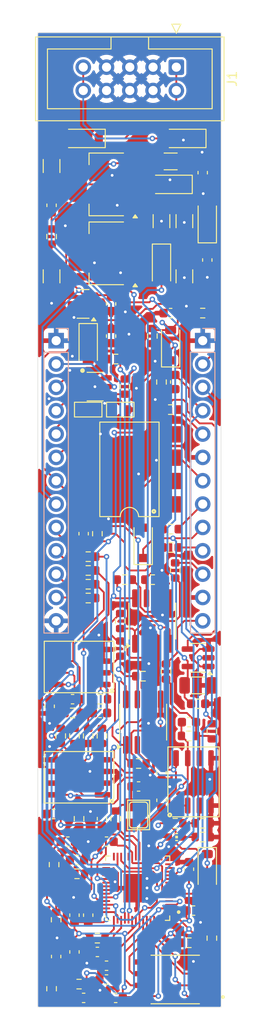
<source format=kicad_pcb>
(kicad_pcb (version 20240108) (generator "pcbnew") (generator_version "8.0")
  (layers (0 "F.Cu" signal) (31 "B.Cu" signal) (34 "B.Paste" user) (35 "F.Paste" user) (36 "B.SilkS" user "B.Silkscreen") (37 "F.SilkS" user "F.Silkscreen") (38 "B.Mask" user) (39 "F.Mask" user) (44 "Edge.Cuts" user))
  (net 0 "")
  (net 1 "+12V")
  (net 2 "-12V")
  (net 3 "Net-(U5B--)")
  (net 4 "CV3")
  (net 5 "+3V3")
  (net 6 "GND")
  (net 7 "Net-(U8B--)")
  (net 8 "CV2")
  (net 9 "Net-(U8A--)")
  (net 10 "CV1")
  (net 11 "Net-(C10-Pad1)")
  (net 12 "/RESET")
  (net 13 "+5V")
  (net 14 "Net-(C16-Pad1)")
  (net 15 "/VBUS")
  (net 16 "VDD")
  (net 17 "/XTAL2")
  (net 18 "/XIN")
  (net 19 "/SW1")
  (net 20 "/-10V_REF")
  (net 21 "Net-(U2-ADC_AVDD)")
  (net 22 "Net-(IC1A--IN)")
  (net 23 "Net-(IC1A-OUT)")
  (net 24 "Net-(IC2A--IN)")
  (net 25 "Net-(IC2A-OUT)")
  (net 26 "Net-(IC1B--IN)")
  (net 27 "Net-(IC1B-OUT)")
  (net 28 "Net-(IC2B--IN)")
  (net 29 "Net-(IC2B-OUT)")
  (net 30 "/VP12V")
  (net 31 "/VN12V")
  (net 32 "/USBBOOT")
  (net 33 "/MIDI_T")
  (net 34 "/D-")
  (net 35 "Net-(U9-Y)")
  (net 36 "/CV1_POT")
  (net 37 "/D+")
  (net 38 "/CV2_POT")
  (net 39 "/CC2")
  (net 40 "/CC1")
  (net 41 "/CV1_JACK")
  (net 42 "/CV2_JACK")
  (net 43 "/MIDI_R")
  (net 44 "/AOUT1")
  (net 45 "/CV3_JACK")
  (net 46 "/AOUT2")
  (net 47 "/RGB")
  (net 48 "/RESET_SW")
  (net 49 "/D13")
  (net 50 "/RX")
  (net 51 "/USB_D-")
  (net 52 "/USB_D+")
  (net 53 "/XOUT")
  (net 54 "Net-(U4B--)")
  (net 55 "Net-(U4A--)")
  (net 56 "Net-(R14-Pad2)")
  (net 57 "Net-(R15-Pad2)")
  (net 58 "OUT1")
  (net 59 "OUT2")
  (net 60 "/QSPI_SS")
  (net 61 "/RGB_DIN")
  (net 62 "/QSPI_SCLK")
  (net 63 "/QSPI_SD3")
  (net 64 "/QSPI_SD2")
  (net 68 "/QSPI_SD0")
  (net 71 "/QSPI_SD1")
  (net 87 "Net-(D3-A)")
  (net 88 "Net-(D5-K)")
  (net 91 "Net-(D9-K)")
  (net 93 "Net-(U5A-+)")
  (net 94 "Net-(D8-A)")
  (net 98 "Net-(U5A--)")
  (net 99 "Net-(LED0-PadC)")
  (net 100 "Net-(C27-Pad1)")
  (net 101 "Net-(C11-Pad1)")
  (footprint "Resistor_SMD:R_0603_1608Metric" (layer "F.Cu") (at 114.5 100)
    (property "Reference" "R50" (hide yes))
    (property "Value" "1k")
  )
  (footprint "Capacitor_SMD:C_0603_1608Metric" (layer "F.Cu") (at 104 140 90)
    (property "Reference" "C45" (hide yes))
    (property "Value" "100nF")
  )
  (footprint "Resistor_SMD:R_0603_1608Metric" (layer "F.Cu") (at 102 140.5 90)
    (property "Reference" "R30" (hide yes))
    (property "Value" "33k")
  )
  (footprint "Diode_SMD:D_SOD-123" (layer "F.Cu") (at 105 55.5 180)
    (property "Reference" "D2" (hide yes))
    (property "Value" "B5819W SL")
  )
  (footprint "Capacitor_SMD:C_1206_3216Metric" (layer "F.Cu") (at 114.5 58)
    (property "Reference" "C18" (hide yes))
    (property "Value" "CL31A226KAHNNNE")
  )
  (footprint "Resistor_SMD:R_0603_1608Metric" (layer "F.Cu") (at 111 123.5 180)
    (property "Reference" "R44" (hide yes))
    (property "Value" "100k")
  )
  (footprint "Capacitor_SMD:C_0603_1608Metric" (layer "F.Cu") (at 103.275 132)
    (property "Reference" "C27" (hide yes))
    (property "Value" "10n")
  )
  (footprint "Resistor_SMD:R_0603_1608Metric" (layer "F.Cu") (at 109.5 103.5)
    (property "Reference" "R45" (hide yes))
    (property "Value" "100k")
  )
  (footprint "Capacitor_SMD:C_0603_1608Metric" (layer "F.Cu") (at 107 129.5 90)
    (property "Reference" "C47" (hide yes))
    (property "Value" "100nF")
  )
  (footprint "Package_TO_SOT_SMD:SOT-223-3_TabPin2" (layer "F.Cu") (at 107.5 68 180)
    (property "Reference" "U7" (hide yes))
    (property "Value" "AMS1117-3.3")
  )
  (footprint "Resistor_SMD:R_0603_1608Metric" (layer "F.Cu") (at 109 111 90)
    (property "Reference" "R47" (hide yes))
    (property "Value" "100k")
  )
  (footprint "Capacitor_SMD:C_0603_1608Metric" (layer "F.Cu") (at 108.5 149 180)
    (property "Reference" "C28" (hide yes))
    (property "Value" "100nF")
  )
  (footprint "Capacitor_SMD:C_0603_1608Metric" (layer "F.Cu") (at 105 149)
    (property "Reference" "C10" (hide yes))
    (property "Value" "4.7nF")
  )
  (footprint "Resistor_SMD:R_0603_1608Metric" (layer "F.Cu") (at 114 113.5 -90)
    (property "Reference" "R10" (hide yes))
    (property "Value" "100k")
  )
  (footprint "Capacitor_SMD:C_1206_3216Metric" (layer "F.Cu") (at 101.5 58.5 90)
    (property "Reference" "C17" (hide yes))
    (property "Value" "CL31A226KAHNNNE")
  )
  (footprint "Resistor_SMD:R_0603_1608Metric" (layer "F.Cu") (at 118 130 180)
    (property "Reference" "R3" (hide yes))
    (property "Value" "100k")
  )
  (footprint "Capacitor_SMD:C_1206_3216Metric" (layer "F.Cu") (at 116 70.5 -90)
    (property "Reference" "C12" (hide yes))
    (property "Value" "CL31A226KAHNNNE")
  )
  (footprint "Capacitor_SMD:C_0603_1608Metric" (layer "F.Cu") (at 111 126)
    (property "Reference" "C24" (hide yes))
    (property "Value" "33pF")
  )
  (footprint "Capacitor_SMD:C_0603_1608Metric" (layer "F.Cu") (at 118 59.225 90)
    (property "Reference" "C14" (hide yes))
    (property "Value" "100nF")
  )
  (footprint "Resistor_SMD:R_0603_1608Metric" (layer "F.Cu") (at 106.5 98.5 90)
    (property "Reference" "R39" (hide yes))
    (property "Value" "10k")
  )
  (footprint "Capacitor_SMD:C_0603_1608Metric" (layer "F.Cu") (at 106.5 144 180)
    (property "Reference" "C29" (hide yes))
    (property "Value" "4u7F")
  )
  (footprint "Resistor_SMD:R_0603_1608Metric" (layer "F.Cu") (at 109 108 -90)
    (property "Reference" "R49" (hide yes))
    (property "Value" "100k")
  )
  (footprint "Capacitor_SMD:C_0603_1608Metric" (layer "F.Cu") (at 101.725 129)
    (property "Reference" "C3" (hide yes))
    (property "Value" "100n")
  )
  (footprint "Capacitor_SMD:C_0603_1608Metric" (layer "F.Cu") (at 118.5 68.725 -90)
    (property "Reference" "C15" (hide yes))
    (property "Value" "100nF")
  )
  (footprint "Resistor_SMD:R_0603_1608Metric" (layer "F.Cu") (at 105.5 105.5)
    (property "Reference" "R18" (hide yes))
    (property "Value" "100k")
  )
  (footprint "Capacitor_SMD:C_0603_1608Metric" (layer "F.Cu") (at 107.5 145.5 180)
    (property "Reference" "C20" (hide yes))
    (property "Value" "4u7F")
  )
  (footprint "Resistor_SMD:R_0603_1608Metric" (layer "F.Cu") (at 105.5 101)
    (property "Reference" "R12" (hide yes))
    (property "Value" "100k")
  )
  (footprint "Package_SO:SOIC-8_3.9x4.9mm_P1.27mm" (layer "F.Cu") (at 112.5 108 90)
    (property "Reference" "IC1" (hide yes))
    (property "Value" "TL072CD")
  )
  (footprint "toepler_pro:SOT95P280X145-6N" (layer "F.Cu") (at 106.2537 82.5)
    (property "Reference" "U$3" (hide yes))
    (property "Value" "USBLC6-2SC6SOT23-6")
  )
  (footprint "Capacitor_SMD:C_0603_1608Metric" (layer "F.Cu") (at 106.792061 118.00209)
    (property "Reference" "C8" (hide yes))
    (property "Value" "150pf")
  )
  (footprint "Capacitor_SMD:C_0603_1608Metric" (layer "F.Cu") (at 108 73.5 -90)
    (property "Reference" "C37" (hide yes))
    (property "Value" "100n")
  )
  (footprint "PCM_Package_SO_AKL:SO-8_3.9x4.9mm_P1.27mm" (layer "F.Cu") (at 104.5 125 180)
    (property "Reference" "U4" (hide yes))
    (property "Value" "TL072CD" (hide yes))
  )
  (footprint "Capacitor_SMD:C_0603_1608Metric" (layer "F.Cu") (at 107.5 132 180)
    (property "Reference" "C43" (hide yes))
    (property "Value" "100nF")
  )
  (footprint "Capacitor_SMD:C_0603_1608Metric" (layer "F.Cu") (at 116.5 135 90)
    (property "Reference" "C41" (hide yes))
    (property "Value" "100nF")
  )
  (footprint "PCM_Package_SO_AKL:SO-8_3.9x4.9mm_P1.27mm" (layer "F.Cu") (at 104.5 113 180)
    (property "Reference" "U8" (hide yes))
    (property "Value" "MCP6002-I-SN" (hide yes))
  )
  (footprint "Resistor_SMD:R_0603_1608Metric" (layer "F.Cu") (at 104.5 147.5 180)
    (property "Reference" "R26" (hide yes))
    (property "Value" "3.9k 0.1%")
  )
  (footprint "PCM_Resistor_SMD_AKL:R_0603_1608Metric" (layer "F.Cu") (at 105.5 85)
    (property "Reference" "R2" (hide yes))
    (property "Value" "5k1" (hide yes))
  )
  (footprint "Capacitor_SMD:C_0603_1608Metric" (layer "F.Cu") (at 105 98.5 -90)
    (property "Reference" "C26" (hide yes))
    (property "Value" "100nF")
  )
  (footprint "Resistor_SMD:R_0603_1608Metric" (layer "F.Cu") (at 106.5 142.5 180)
    (property "Reference" "R43" (hide yes))
    (property "Value" "330R")
  )
  (footprint "toepler_pro:SOIC127P790X216-8N" (layer "F.Cu") (at 115 147 180)
    (property "Reference" "U3" (hide yes))
    (property "Value" "W25Q128JVSIQ")
  )
  (footprint "Resistor_SMD:R_0603_1608Metric" (layer "F.Cu") (at 104.5 129.5 90)
    (property "Reference" "R40" (hide yes))
    (property "Value" "33k")
  )
  (footprint "Capacitor_SMD:C_0603_1608Metric" (layer "F.Cu") (at 113.5 124.5 -90)
    (property "Reference" "C2" (hide yes))
    (property "Value" "100n")
  )
  (footprint "Capacitor_SMD:C_0603_1608Metric" (layer "F.Cu") (at 116.5 119 180)
    (property "Reference" "C4" (hide yes))
    (property "Value" "1n")
  )
  (footprint "Package_SO:SOIC-8_3.9x4.9mm_P1.27mm" (layer "F.Cu") (at 111.5 119 90)
    (property "Reference" "IC2" (hide yes))
    (property "Value" "TL072CD")
  )
  (footprint "Resistor_SMD:R_0603_1608Metric" (layer "F.Cu") (at 118 74.5 180)
    (property "Reference" "R34" (hide yes))
    (property "Value" "330R")
  )
  (footprint "Diode_SMD:D_SOD-123" (layer "F.Cu") (at 114.5 60.5 180)
    (property "Reference" "D4" (hide yes))
    (property "Value" "B5819W SL")
  )
  (footprint "Package_TO_SOT_SMD:SOT-223-3_TabPin2" (layer "F.Cu") (at 107.5 60.5 180)
    (property "Reference" "U6" (hide yes))
    (property "Value" "AMS1117-5.0")
  )
  (footprint "Capacitor_SMD:C_0603_1608Metric" (layer "F.Cu") (at 104 144 -90)
    (property "Reference" "C48" (hide yes))
    (property "Value" "100nF")
  )
  (footprint "Diode_SMD:D_SOD-123" (layer "F.Cu") (at 105.5 78 -90)
    (property "Reference" "D7" (hide yes))
    (property "Value" "B5819W SL")
  )
  (footprint "Resistor_SMD:R_0603_1608Metric" (layer "F.Cu") (at 119 142.5 90)
    (property "Reference" "R36" (hide yes))
    (property "Value" "1k")
  )
  (footprint "Capacitor_SMD:C_0603_1608Metric" (layer "F.Cu") (at 117.5 117)
    (property "Reference" "C6" (hide yes))
    (property "Value" "100nF")
  )
  (footprint "Diode_SMD:D_SOD-123" (layer "F.Cu") (at 118.5 64.5 90)
    (property "Reference" "D3" (hide yes))
    (property "Value" "B5819W SL")
  )
  (footprint "Resistor_SMD:R_0603_1608Metric" (layer "F.Cu") (at 105.5 102.5)
    (property "Reference" "R20" (hide yes))
    (property "Value" "100k")
  )
  (footprint "Resistor_SMD:R_0603_1608Metric" (layer "F.Cu") (at 112.5 103.5 180)
    (property "Reference" "R48" (hide yes))
    (property "Value" "100k")
  )
  (footprint "Capacitor_SMD:C_0603_1608Metric" (layer "F.Cu") (at 117 139.5)
    (property "Reference" "C42" (hide yes))
    (property "Value" "100nF")
  )
  (footprint "PCM_Package_DIP_AKL:SMDIP-8_W9.53mm" (layer "F.Cu") (at 110 91.5 180)
    (property "Reference" "OC1" (hide yes))
    (property "Value" "6N137S1(TA)" (hide yes))
  )
  (footprint "Capacitor_SMD:C_1206_3216Metric" (layer "F.Cu") (at 117.5 115)
    (property "Reference" "C1" (hide yes))
    (property "Value" "CL31A226KAHNNNE")
  )
  (footprint "Resistor_SMD:R_0603_1608Metric" (layer "F.Cu") (at 105.5 120.5 90)
    (property "Reference" "R19" (hide yes))
    (property "Value" "100k")
  )
  (footprint "Capacitor_SMD:C_0603_1608Metric" (layer "F.Cu") (at 115 82 -90)
    (property "Reference" "C32" (hide yes))
    (property "Value" "100nF")
  )
  (footprint "PCM_Resistor_SMD_AKL:R_0603_1608Metric" (layer "F.Cu") (at 109 85)
    (property "Reference" "R1" (hide yes))
    (property "Value" "5k1" (hide yes))
  )
  (footprint "Resistor_SMD:R_0603_1608Metric" (layer "F.Cu") (at 108.5 79.5)
    (property "Reference" "R31" (hide yes))
    (property "Value" "27R")
  )
  (footprint "Capacitor_SMD:C_1206_3216Metric" (layer "F.Cu") (at 113.5 64.5 90)
    (property "Reference" "C23" (hide yes))
    (property "Value" "CL31A226KAHNNNE")
  )
  (footprint "Resistor_SMD:R_0603_1608Metric" (layer "F.Cu") (at 118 131.5 180)
    (property "Reference" "R42" (hide yes))
    (property "Value" "1K")
  )
  (footprint "Diode_SMD:D_SOD-123" (layer "F.Cu") (at 114.5 78 90)
    (property "Reference" "D6" (hide yes))
    (property "Value" "B5819W SL")
  )
  (footprint "Capacitor_SMD:C_1206_3216Metric" (layer "F.Cu") (at 101.5 70.5 -90)
    (property "Reference" "C38" (hide yes))
    (property "Value" "CL31A226KAHNNNE")
  )
  (footprint "Resistor_SMD:R_0603_1608Metric" (layer "F.Cu") (at 102.5 120.5 90)
    (property "Reference" "R14" (hide yes))
    (property "Value" "100k")
  )
  (footprint "Resistor_SMD:R_0603_1608Metric" (layer "F.Cu") (at 101.775 134.5 90)
    (property "Reference" "R29" (hide yes))
    (property "Value" "3.9k 0.1%")
  )
  (footprint "Resistor_SMD:R_0603_1608Metric" (layer "F.Cu") (at 101.5 148 90)
    (property "Reference" "R28" (hide yes))
    (property "Value" "3.9k 0.1%")
  )
  (footprint "Resistor_SMD:R_0603_1608Metric" (layer "F.Cu") (at 111.5 114 180)
    (property "Reference" "R41" (hide yes))
    (property "Value" "100k")
  )
  (footprint "Resistor_SMD:R_0603_1608Metric" (layer "F.Cu") (at 101.5 66.175 -90)
    (property "Reference" "R52" (hide yes))
    (property "Value" "2k")
  )
  (footprint "Resistor_SMD:R_0603_1608Metric" (layer "F.Cu") (at 104.275 135.5 180)
    (property "Reference" "R27" (hide yes))
    (property "Value" "3.9k 0.1%")
  )
  (footprint "Resistor_SMD:R_0603_1608Metric" (layer "F.Cu") (at 109.5 82.5 90)
    (property "Reference" "R32" (hide yes))
    (property "Value" "27R")
  )
  (footprint "toepler_pro:QFN40P700X700X90-57N" (layer "F.Cu") (at 110.9 137.065 180)
    (property "Reference" "U2" (hide yes))
    (property "Value" "RP2040")
  )
  (footprint "Capacitor_SMD:C_0603_1608Metric" (layer "F.Cu") (at 105.5 140 90)
    (property "Reference" "C21" (hide yes))
    (property "Value" "4u7F")
  )
  (footprint "Resistor_SMD:R_0603_1608Metric" (layer "F.Cu") (at 104 120.5 90)
    (property "Reference" "R17" (hide yes))
    (property "Value" "100k")
  )
  (footprint "Diode_SMD:D_SOD-123" (layer "F.Cu") (at 111.5 99.5 90)
    (property "Reference" "D9" (hide yes))
    (property "Value" "B5819W SL")
  )
  (footprint "Resistor_SMD:R_0603_1608Metric" (layer "F.Cu") (at 106.792061 116.50209)
    (property "Reference" "R24" (hide yes))
    (property "Value" "33k")
  )
  (footprint "Package_TO_SOT_SMD:SOT-23-5" (layer "F.Cu") (at 117.5 112 180)
    (property "Reference" "U9" (hide yes))
    (property "Value" "SN74LV1T125DBV")
  )
  (footprint "Resistor_SMD:R_0603_1608Metric" (layer "F.Cu") (at 116.5 120.5 180)
    (property "Reference" "R13" (hide yes))
    (property "Value" "33k")
  )
  (footprint "Resistor_SMD:R_0603_1608Metric" (layer "F.Cu") (at 108.5 129.5 90)
    (property "Reference" "R35" (hide yes))
    (property "Value" "1k")
  )
  (footprint "Capacitor_SMD:C_0603_1608Metric" (layer "F.Cu") (at 113.5 127.5 90)
    (property "Reference" "C25" (hide yes))
    (property "Value" "33pF")
  )
  (footprint "Package_TO_SOT_SMD:SOT-23" (layer "F.Cu") (at 104.9375 73.5 180)
    (property "Reference" "U1" (hide yes))
    (property "Value" "LM4040DBZ-10")
  )
  (footprint "Resistor_SMD:R_0603_1608Metric" (layer "F.Cu") (at 119 120 -90)
    (property "Reference" "R8" (hide yes))
    (property "Value" "200k")
  )
  (footprint "Resistor_SMD:R_0603_1608Metric" (layer "F.Cu") (at 116.5 143)
    (property "Reference" "R37" (hide yes))
    (property "Value" "10k")
  )
  (footprint "Inductor_SMD:L_0402_1005Metric" (layer "F.Cu") (at 116 67.5 180)
    (property "Reference" "L2" (hide yes))
    (property "Value" "BLM15H")
  )
  (footprint "Resistor_SMD:R_0603_1608Metric" (layer "F.Cu") (at 114.5 85)
    (property "Reference" "R46" (hide yes))
    (property "Value" "330R")
  )
  (footprint "Resistor_SMD:R_0603_1608Metric" (layer "F.Cu") (at 107 120.5 90)
    (property "Reference" "R15" (hide yes))
    (property "Value" "100k")
  )
  (footprint "Resistor_SMD:R_0603_1608Metric" (layer "F.Cu") (at 112.5 77 90)
    (property "Reference" "R33" (hide yes))
    (property "Value" "10k")
  )
  (footprint "Capacitor_SMD:C_0603_1608Metric" (layer "F.Cu") (at 104.275 134)
    (property "Reference" "C11" (hide yes))
    (property "Value" "4.7nF")
  )
  (footprint "Resistor_SMD:R_0603_1608Metric" (layer "F.Cu") (at 113.5 82 90)
    (property "Reference" "R53" (hide yes))
    (property "Value" "10k")
  )
  (footprint "Resistor_SMD:R_0603_1608Metric" (layer "F.Cu") (at 114.5 98)
    (property "Reference" "R38" (hide yes))
    (property "Value" "220")
  )
  (footprint "Resistor_SMD:R_0603_1608Metric" (layer "F.Cu") (at 115 130 180)
    (property "Reference" "R4" (hide yes))
    (property "Value" "100k")
  )
  (footprint "Resistor_SMD:R_0603_1608Metric" (layer "F.Cu") (at 105.5 104)
    (property "Reference" "R11" (hide yes))
    (property "Value" "100k")
  )
  (footprint "Diode_SMD:D_SOD-123" (layer "F.Cu") (at 113.5 69.35 -90)
    (property "Reference" "D5" (hide yes))
    (property "Value" "B5819W SL")
  )
  (footprint "Capacitor_SMD:C_0603_1608Metric" (layer "F.Cu") (at 107.5 147 180)
    (property "Reference" "C44" (hide yes))
    (property "Value" "100nF")
  )
  (footprint "Diode_SMD:D_SOD-123" (layer "F.Cu") (at 116 55.5 180)
    (property "Reference" "D1" (hide yes))
    (property "Value" "B5819W SL")
  )
  (footprint "Capacitor_SMD:C_0603_1608Metric" (layer "F.Cu") (at 102 144.5 90)
    (property "Reference" "C16" (hide yes))
    (property "Value" "10n")
  )
  (footprint "Resistor_SMD:R_0603_1608Metric" (layer "F.Cu") (at 115 102.5 90)
    (property "Reference" "R51" (hide yes))
    (property "Value" "1k")
  )
  (footprint "Capacitor_SMD:C_0603_1608Metric" (layer "F.Cu") (at 108 77 90)
    (property "Reference" "C22" (hide yes))
    (property "Value" "4u7F")
  )
  (footprint "Connector_IDC:IDC-Header_2x05_P2.54mm_Vertical" (layer "F.Cu") (at 115.12 47.7475 -90)
    (property "Reference" "J1")
    (property "Value" "Conn_02x05_Odd_Even")
  )
  (footprint "Capacitor_SMD:C_1206_3216Metric" (layer "F.Cu") (at 116 64.5 -90)
    (property "Reference" "C13" (hide yes))
    (property "Value" "CL31A226KAHNNNE")
  )
  (footprint "Capacitor_SMD:C_0603_1608Metric" (layer "F.Cu") (at 114.5 74.5 180)
    (property "Reference" "C19" (hide yes))
    (property "Value" "100nF")
  )
  (footprint "toepler_pro:CHIP-LED0603" (layer "F.Cu") (at 115 131.5 -90)
    (property "Reference" "LED0" (hide yes))
    (property "Value" "C2290")
  )
  (footprint "Diode_SMD:D_SOD-123" (layer "F.Cu") (at 118.5 135 -90)
    (property "Reference" "D8" (hide yes))
    (property "Value" "B5819W SL")
  )
  (footprint "Capacitor_SMD:C_0603_1608Metric" (layer "F.Cu") (at 103.792061 116.50209 180)
    (property "Reference" "C7" (hide yes))
    (property "Value" "150pf")
  )
  (footprint "Resistor_SMD:R_0603_1608Metric" (layer "F.Cu") (at 103.792061 118.00209 180)
    (property "Reference" "R23" (hide yes))
    (property "Value" "33k")
  )
  (footprint "toepler_pro:NX3225" (layer "F.Cu") (at 111 129.1 90)
    (property "Reference" "Q1" (hide yes))
    (property "Value" "X322512MSB4SI")
  )
  (footprint "Capacitor_SMD:C_0603_1608Metric" (layer "F.Cu") (at 101.292061 117.27709 -90)
    (property "Reference" "C5" (hide yes))
    (property "Value" "100n")
  )
  (footprint "PCM_Package_SO_AKL:SO-8_3.9x4.9mm_P1.27mm" (layer "F.Cu") (at 117 125.5 90)
    (property "Reference" "U5" (hide yes))
    (property "Value" "MCP6002-I-SN" (hide yes))
  )
  (footprint "Capacitor_SMD:C_0603_1608Metric" (layer "F.Cu") (at 101.5 62.775 90)
    (property "Reference" "C36" (hide yes))
    (property "Value" "100n")
  )
  (footprint "Connector_PinHeader_2.54mm:PinHeader_1x13_P2.54mm_Vertical" (layer "B.Cu") (at 102 77.5 180)
    (property "Reference" "J3" (hide yes))
    (property "Value" "Conn_01x13")
  )
  (footprint "Connector_PinHeader_2.54mm:PinHeader_1x13_P2.54mm_Vertical" (layer "B.Cu") (at 118 77.5 180)
    (property "Reference" "J4" (hide yes))
    (property "Value" "Conn_01x13")
  )
  (gr_rect (start 100 44) (end 120 150) (stroke (width 0.05)) (fill none) (layer "Edge.Cuts"))
  (segment (start 116.15 60.5) (end 117.5 60.5) (width 0.2) (layer "F.Cu") (net 1))
  (segment (start 100.95 129) (end 101.925 128.025) (width 0.2) (layer "F.Cu") (net 1))
  (segment (start 118.5 60) (end 118 60) (width 0.2) (layer "F.Cu") (net 1))
  (segment (start 110.595 105.525) (end 108.525 105.525) (width 0.2) (layer "F.Cu") (net 1))
  (segment (start 113.025 58) (end 113.65 58) (width 0.2) (layer "F.Cu") (net 1))
  (segment (start 119 56.5) (end 119 59.5) (width 0.2) (layer "F.Cu") (net 1))
  (segment (start 108.525 105.525) (end 108.276881 105.276881) (width 0.2) (layer "F.Cu") (net 1))
  (segment (start 118 55.5) (end 119 56.5) (width 0.2) (layer "F.Cu") (net 1))
  (segment (start 112.825 58.2) (end 113.025 58) (width 0.2) (layer "F.Cu") (net 1))
  (segment (start 117.65 55.5) (end 118 55.5) (width 0.2) (layer "F.Cu") (net 1))
  (segment (start 101.925 126.905) (end 103.481995 126.905) (width 0.2) (layer "F.Cu") (net 1))
  (segment (start 108.27016 58.280137) (end 108.350297 58.2) (width 0.2) (layer "F.Cu") (net 1))
  (segment (start 110.65 58.2) (end 112.825 58.2) (width 0.2) (layer "F.Cu") (net 1))
  (segment (start 117.5 60.5) (end 118 60) (width 0.2) (layer "F.Cu") (net 1))
  (segment (start 108.350297 58.2) (end 110.65 58.2) (width 0.2) (layer "F.Cu") (net 1))
  (segment (start 113.65 58) (end 116.15 60.5) (width 0.2) (layer "F.Cu") (net 1))
  (segment (start 109.595 115.072943) (end 108.869305 114.347248) (width 0.2) (layer "F.Cu") (net 1))
  (segment (start 119 59.5) (end 118.5 60) (width 0.2) (layer "F.Cu") (net 1))
  (segment (start 109.595 116.525) (end 109.595 115.072943) (width 0.2) (layer "F.Cu") (net 1))
  (segment (start 101.925 128.025) (end 101.925 126.905) (width 0.2) (layer "F.Cu") (net 1))
  (segment (start 103.481995 126.905) (end 103.571972 126.994977) (width 0.2) (layer "F.Cu") (net 1))
  (via (at 108.276881 105.276881) (size 0.6) (drill 0.3) (layers "F.Cu" "B.Cu") (net 1))
  (via (at 108.869305 114.347248) (size 0.6) (drill 0.3) (layers "F.Cu" "B.Cu") (net 1))
  (via (at 108.27016 58.280137) (size 0.6) (drill 0.3) (layers "F.Cu" "B.Cu") (net 1))
  (via (at 103.571972 126.994977) (size 0.6) (drill 0.3) (layers "F.Cu" "B.Cu") (net 1))
  (segment (start 109 102) (end 109 82) (width 0.2) (layer "B.Cu") (net 1))
  (segment (start 104 62) (end 107.719863 58.280137) (width 0.2) (layer "B.Cu") (net 1))
  (segment (start 107.566808 119.933192) (end 108.869305 118.630695) (width 0.2) (layer "B.Cu") (net 1))
  (segment (start 108.276885 105.276877) (end 108.276881 105.276881) (width 0.2) (layer "B.Cu") (net 1))
  (segment (start 109 82) (end 108 81) (width 0.2) (layer "B.Cu") (net 1))
  (segment (start 108 105.553762) (end 108.276881 105.276881) (width 0.2) (layer "B.Cu") (net 1))
  (segment (start 108.276885 102.723115) (end 109 102) (width 0.2) (layer "B.Cu") (net 1))
  (segment (start 108 113.477943) (end 108 105.553762) (width 0.2) (layer "B.Cu") (net 1))
  (segment (start 107.005023 126.994977) (end 107.566808 126.433192) (width 0.2) (layer "B.Cu") (net 1))
  (segment (start 107.566808 126.433192) (end 107.566808 119.933192) (width 0.2) (layer "B.Cu") (net 1))
  (segment (start 108.276885 102.723115) (end 108.276885 105.276877) (width 0.2) (layer "B.Cu") (net 1))
  (segment (start 101.5 67) (end 101.5 64.5) (width 0.2) (layer "B.Cu") (net 1))
  (segment (start 103.571972 126.994977) (end 107.005023 126.994977) (width 0.2) (layer "B.Cu") (net 1))
  (segment (start 108.5 102.5) (end 108.276885 102.723115) (width 0.2) (layer "B.Cu") (net 1))
  (segment (start 108 73.5) (end 101.5 67) (width 0.2) (layer "B.Cu") (net 1))
  (segment (start 108 81) (end 108 73.5) (width 0.2) (layer "B.Cu") (net 1))
  (segment (start 108.869305 114.347248) (end 108 113.477943) (width 0.2) (layer "B.Cu") (net 1))
  (segment (start 107.719863 58.280137) (end 108.27016 58.280137) (width 0.2) (layer "B.Cu") (net 1))
  (segment (start 108.869305 118.630695) (end 108.869305 114.347248) (width 0.2) (layer "B.Cu") (net 1))
  (segment (start 101.5 64.5) (end 104 62) (width 0.2) (layer "B.Cu") (net 1))
  (segment (start 110.217606 120.187383) (end 110.487748 119.917241) (width 0.2) (layer "F.Cu") (net 2))
  (segment (start 110.577796 124.498395) (end 110.983008 124.093183) (width 0.2) (layer "F.Cu") (net 2))
  (segment (start 102.899667 58.424667) (end 101.5 57.025) (width 0.2) (layer "F.Cu") (net 2))
  (segment (start 104.681074 71.3024) (end 109.3024 71.3024) (width 0.2) (layer "F.Cu") (net 2))
  (segment (start 109.3024 71.3024) (end 110.5 72.5) (width 0.2) (layer "F.Cu") (net 2))
  (segment (start 109.518591 124.498395) (end 110.577796 124.498395) (width 0.2) (layer "F.Cu") (net 2))
  (segment (start 114.405 110.475) (end 114.405 108.944202) (width 0.2) (layer "F.Cu") (net 2))
  (segment (start 102.899667 62.150333) (end 102.899667 58.424667) (width 0.2) (layer "F.Cu") (net 2))
  (segment (start 107.075 123.095) (end 108.115196 123.095) (width 0.2) (layer "F.Cu") (net 2))
  (segment (start 101.5 65.35) (end 101.5 63.55) (width 0.2) (layer "F.Cu") (net 2))
  (segment (start 102.5 130.192896) (end 102.501342 130.194238) (width 0.2) (layer "F.Cu") (net 2))
  (segment (start 103.0976 66.9476) (end 103.0976 69.718926) (width 0.2) (layer "F.Cu") (net 2))
  (segment (start 114.157538 108.69674) (end 113.379005 108.69674) (width 0.2) (layer "F.Cu") (net 2))
  (segment (start 113.405 121.475) (end 113.405 119.917241) (width 0.2) (layer "F.Cu") (net 2))
  (segment (start 101.5 63.55) (end 102.899667 62.150333) (width 0.2) (layer "F.Cu") (net 2))
  (segment (start 108.115196 123.095) (end 109.518591 124.498395) (width 0.2) (layer "F.Cu") (net 2))
  (segment (start 110.217606 122.375842) (end 110.217606 120.187383) (width 0.2) (layer "F.Cu") (net 2))
  (segment (start 108.115196 123.095) (end 108.319533 122.890663) (width 0.2) (layer "F.Cu") (net 2))
  (segment (start 110.983008 124.093183) (end 110.983008 123.141244) (width 0.2) (layer "F.Cu") (net 2))
  (segment (start 114.405 108.944202) (end 114.157538 108.69674) (width 0.2) (layer "F.Cu") (net 2))
  (segment (start 113.405 119.917241) (end 113.405 119.020197) (width 0.2) (layer "F.Cu") (net 2))
  (segment (start 101.5 65.35) (end 103.0976 66.9476) (width 0.2) (layer "F.Cu") (net 2))
  (segment (start 103.35 55.5) (end 103.025 55.5) (width 0.2) (layer "F.Cu") (net 2))
  (segment (start 103.0976 69.718926) (end 104.681074 71.3024) (width 0.2) (layer "F.Cu") (net 2))
  (segment (start 110.983008 123.141244) (end 110.217606 122.375842) (width 0.2) (layer "F.Cu") (net 2))
  (segment (start 113.405 119.020197) (end 113.384797 118.999994) (width 0.2) (layer "F.Cu") (net 2))
  (segment (start 108.319533 122.890663) (end 108.319533 121.743319) (width 0.2) (layer "F.Cu") (net 2))
  (segment (start 102.5 129) (end 102.5 130.192896) (width 0.2) (layer "F.Cu") (net 2))
  (segment (start 103.025 55.5) (end 101.5 57.025) (width 0.2) (layer "F.Cu") (net 2))
  (segment (start 110.487748 119.917241) (end 113.405 119.917241) (width 0.2) (layer "F.Cu") (net 2))
  (via (at 113.384797 118.999994) (size 0.6) (drill 0.3) (layers "F.Cu" "B.Cu") (net 2))
  (via (at 113.379005 108.69674) (size 0.6) (drill 0.3) (layers "F.Cu" "B.Cu") (net 2))
  (via (at 102.501342 130.194238) (size 0.6) (drill 0.3) (layers "F.Cu" "B.Cu") (net 2))
  (via (at 110.5 72.5) (size 0.6) (drill 0.3) (layers "F.Cu" "B.Cu") (net 2))
  (via (at 108.319533 121.743319) (size 0.6) (drill 0.3) (layers "F.Cu" "B.Cu") (net 2))
  (segment (start 113.384797 108.702532) (end 113.379005 108.69674) (width 0.2) (layer "B.Cu") (net 2))
  (segment (start 102.501342 130.194238) (end 106.805762 130.194238) (width 0.2) (layer "B.Cu") (net 2))
  (segment (start 106.805762 130.194238) (end 108 129) (width 0.2) (layer "B.Cu") (net 2))
  (segment (start 110.5 74) (end 110.5 72.5) (width 0.2) (layer "B.Cu") (net 2))
  (segment (start 111.999998 107.317733) (end 111.999998 75.499998) (width 0.2) (layer "B.Cu") (net 2))
  (segment (start 108 122.062852) (end 108.319533 121.743319) (width 0.2) (layer "B.Cu") (net 2))
  (segment (start 108 129) (end 108 122.062852) (width 0.2) (layer "B.Cu") (net 2))
  (segment (start 113.384797 118.999994) (end 113.384797 108.702532) (width 0.2) (layer "B.Cu") (net 2))
  (segment (start 111.999998 75.499998) (end 110.5 74) (width 0.2) (layer "B.Cu") (net 2))
  (segment (start 113.379005 108.69674) (end 111.999998 107.317733) (width 0.2) (layer "B.Cu") (net 2))
  (segment (start 117.275 120.45) (end 117.325 120.5) (width 0.2) (layer "F.Cu") (net 3))
  (segment (start 118.675 120.5) (end 117.325 120.5) (width 0.2) (layer "F.Cu") (net 3))
  (segment (start 114 114.325) (end 114.5 114.825) (width 0.2) (layer "F.Cu") (net 3))
  (segment (start 119 120.825) (end 118.675 120.5) (width 0.2) (layer "F.Cu") (net 3))
  (segment (start 115.5 118) (end 116.275 118) (width 0.2) (layer "F.Cu") (net 3))
  (segment (start 117.275 119) (end 117.275 120.45) (width 0.2) (layer "F.Cu") (net 3))
  (segment (start 116.275 118) (end 117.275 119) (width 0.2) (layer "F.Cu") (net 3))
  (segment (start 117.635 122.925) (end 117.635 120.81) (width 0.2) (layer "F.Cu") (net 3))
  (segment (start 114.5 114.825) (end 114.5 117) (width 0.2) (layer "F.Cu") (net 3))
  (segment (start 117.635 120.81) (end 117.325 120.5) (width 0.2) (layer "F.Cu") (net 3))
  (segment (start 114.5 117) (end 115.5 118) (width 0.2) (layer "F.Cu") (net 3))
  (segment (start 116.365 125.30153) (end 115.66653 126) (width 0.2) (layer "F.Cu") (net 4))
  (segment (start 115.675 120.5) (end 115.675 119.05) (width 0.2) (layer "F.Cu") (net 4))
  (segment (start 115.675 119.05) (end 115.725 119) (width 0.2) (layer "F.Cu") (net 4))
  (segment (start 107.465 138.865) (end 108.365 138.865) (width 0.2) (layer "F.Cu") (net 4))
  (segment (start 108.365 138.865) (end 108.5 139) (width 0.2) (layer "F.Cu") (net 4))
  (segment (start 116.365 121.19) (end 115.675 120.5) (width 0.2) (layer "F.Cu") (net 4))
  (segment (start 116.365 122.925) (end 116.365 125.30153) (width 0.2) (layer "F.Cu") (net 4))
  (segment (start 116.365 122.925) (end 116.365 121.19) (width 0.2) (layer "F.Cu") (net 4))
  (via (at 115.66653 126) (size 0.6) (drill 0.3) (layers "F.Cu" "B.Cu") (net 4))
  (via (at 108.5 139) (size 0.6) (drill 0.3) (layers "F.Cu" "B.Cu") (net 4))
  (segment (start 108.5 139.999999) (end 109.000001 140.5) (width 0.2) (layer "B.Cu") (net 4))
  (segment (start 111 139.793568) (end 111 130.66653) (width 0.2) (layer "B.Cu") (net 4))
  (segment (start 109.000001 140.5) (end 110.293568 140.5) (width 0.2) (layer "B.Cu") (net 4))
  (segment (start 108.5 139) (end 108.5 139.999999) (width 0.2) (layer "B.Cu") (net 4))
  (segment (start 110.293568 140.5) (end 111 139.793568) (width 0.2) (layer "B.Cu") (net 4))
  (segment (start 111 130.66653) (end 115.66653 126) (width 0.2) (layer "B.Cu") (net 4))
  (segment (start 107.946389 131.221389) (end 107.43577 131.221389) (width 0.2) (layer "F.Cu") (net 5))
  (segment (start 107.43577 131.221389) (end 107.4274 131.229759) (width 0.2) (layer "F.Cu") (net 5))
  (segment (start 113.365944 130) (end 113.140536 130.225408) (width 0.2) (layer "F.Cu") (net 5))
  (segment (start 116.5 135.775) (end 116.5 136.839591) (width 0.2) (layer "F.Cu") (net 5))
  (segment (start 109.37 148.905) (end 109.275 149) (width 0.2) (layer "F.Cu") (net 5))
  (segment (start 116.06 139.665) (end 116.225 139.5) (width 0.2) (layer "F.Cu") (net 5))
  (segment (start 106.5 134.30963) (end 106.5 136) (width 0.2) (layer "F.Cu") (net 5))
  (segment (start 116.225 139.5) (end 116.225 140.282598) (width 0.2) (layer "F.Cu") (net 5))
  (segment (start 115.077486 126.290402) (end 115.077486 124.437686) (width 0.2) (layer "F.Cu") (net 5))
  (segment (start 117.5 133.022657) (end 117.258437 132.781094) (width 0.2) (layer "F.Cu") (net 5))
  (segment (start 115.077486 124.437686) (end 114.815261 124.175461) (width 0.2) (layer "F.Cu") (net 5))
  (segment (start 104 142.5) (end 104.5 142) (width 0.2) (layer "F.Cu") (net 5))
  (segment (start 116.5 136.839591) (end 116.50203 136.841621) (width 0.2) (layer "F.Cu") (net 5))
  (segment (start 104.35 68) (end 110.65 68) (width 0.2) (layer "F.Cu") (net 5))
  (segment (start 115.044355 130.869355) (end 114.175 130) (width 0.2) (layer "F.Cu") (net 5))
  (segment (start 115.095 122.925) (end 115.095 123.895722) (width 0.2) (layer "F.Cu") (net 5))
  (segment (start 116.225 140.282598) (end 116.548301 140.605899) (width 0.2) (layer "F.Cu") (net 5))
  (segment (start 111.395 148.905) (end 109.37 148.905) (width 0.2) (layer "F.Cu") (net 5))
  (segment (start 107.4274 131.229759) (end 107.4274 133.38223) (width 0.2) (layer "F.Cu") (net 5))
  (segment (start 113.5 71) (end 113.5 69.025) (width 0.2) (layer "F.Cu") (net 5))
  (segment (start 113.5 123.725) (end 113.950461 124.175461) (width 0.2) (layer "F.Cu") (net 5))
  (segment (start 114.5 78.5) (end 115 78) (width 0.2) (layer "F.Cu") (net 5))
  (segment (start 114.5 142) (end 114.675 142) (width 0.2) (layer "F.Cu") (net 5))
  (segment (start 115.044355 132.099155) (end 115.044355 130.869355) (width 0.2) (layer "F.Cu") (net 5))
  (segment (start 113.15467 148.808163) (end 111.491837 148.808163) (width 0.2) (layer "F.Cu") (net 5))
  (segment (start 103.336171 114.905) (end 103.337304 114.906133) (width 0.2) (layer "F.Cu") (net 5))
  (segment (start 114.325 79.65) (end 114.5 79.65) (width 0.2) (layer "F.Cu") (net 5))
  (segment (start 104 143.225) (end 104 142.5) (width 0.2) (layer "F.Cu") (net 5))
  (segment (start 110.3 141.3) (end 110.412137 141.412137) (width 0.2) (layer "F.Cu") (net 5))
  (segment (start 117.5 134.775) (end 117.5 133.022657) (width 0.2) (layer "F.Cu") (net 5))
  (segment (start 110.356234 141.468041) (end 110.412137 141.412138) (width 0.2) (layer "F.Cu") (net 5))
  (segment (start 107.482581 140.466608) (end 107.174189 140.775) (width 0.2) (layer "F.Cu") (net 5))
  (segment (start 106.565 136.065) (end 106.5 136) (width 0.2) (layer "F.Cu") (net 5))
  (segment (start 114.175 130) (end 114.175 129.234317) (width 0.2) (layer "F.Cu") (net 5))
  (segment (start 114.335 136.065) (end 116.21 136.065) (width 0.2) (layer "F.Cu") (net 5))
  (segment (start 110.7 140.5) (end 110.7 141.124275) (width 0.2) (layer "F.Cu") (net 5))
  (segment (start 107.465 136.065) (end 106.565 136.065) (width 0.2) (layer "F.Cu") (net 5))
  (segment (start 113.5 71) (end 113.5 72) (width 0.2) (layer "F.Cu") (net 5))
  (segment (start 109.824275 142) (end 109.5 142) (width 0.2) (layer "F.Cu") (net 5))
  (segment (start 112.325 81.175) (end 111.5 82) (width 0.2) (layer "F.Cu") (net 5))
  (segment (start 109.450815 131.819451) (end 110.064808 131.819451) (width 0.2) (layer "F.Cu") (net 5))
  (segment (start 108.327996 139.665) (end 108.7 140.037004) (width 0.2) (layer "F.Cu") (net 5))
  (segment (start 101.292061 115.537939) (end 101.925 114.905) (width 0.2) (layer "F.Cu") (net 5))
  (segment (start 101.292061 116.50209) (end 101.292061 115.537939) (width 0.2) (layer "F.Cu") (net 5))
  (segment (start 106.61 139.665) (end 105.5 140.775) (width 0.2) (layer "F.Cu") (net 5))
  (segment (start 105.175 142) (end 105.675 142.5) (width 0.2) (layer "F.Cu") (net 5))
  (segment (start 107 130.275) (end 107.4274 130.7024) (width 0.2) (layer "F.Cu") (net 5))
  (segment (start 111 87.5) (end 108.35 87.5) (width 0.2) (layer "F.Cu") (net 5))
  (segment (start 107.465 139.665) (end 108.327996 139.665) (width 0.2) (layer "F.Cu") (net 5))
  (segment (start 114.175 129.234317) (end 114.371206 129.038111) (width 0.2) (layer "F.Cu") (net 5))
  (segment (start 114.675 142) (end 115.675 143) (width 0.2) (layer "F.Cu") (net 5))
  (segment (start 110.65 68) (end 111.675 69.025) (width 0.2) (layer "F.Cu") (net 5))
  (segment (start 114.371206 129.038111) (end 114.371206 126.996682) (width 0.2) (layer "F.Cu") (net 5))
  (segment (start 110.3 140.5) (end 110.3 141.3) (width 0.2) (layer "F.Cu") (net 5))
  (segment (start 104 141.5) (end 104.5 142) (width 0.2) (layer "F.Cu") (net 5))
  (segment (start 111.5 87) (end 111 87.5) (width 0.2) (layer "F.Cu") (net 5))
  (segment (start 114.175 130) (end 113.365944 130) (width 0.2) (layer "F.Cu") (net 5))
  (segment (start 109.275 149) (end 109.275 147.998496) (width 0.2) (layer "F.Cu") (net 5))
  (segment (start 114.335 139.665) (end 116.06 139.665) (width 0.2) (layer "F.Cu") (net 5))
  (segment (start 107.4274 133.38223) (end 106.5 134.30963) (width 0.2) (layer "F.Cu") (net 5))
  (segment (start 107.660636 99.325) (end 107.693385 99.357749) (width 0.2) (layer "F.Cu") (net 5))
  (segment (start 107.174189 140.775) (end 105.5 140.775) (width 0.2) (layer "F.Cu") (net 5))
  (segment (start 107.946389 131.221389) (end 108.852753 131.221389) (width 0.2) (layer "F.Cu") (net 5))
  (segment (start 107.465 139.665) (end 106.61 139.665) (width 0.2) (layer "F.Cu") (net 5))
  (segment (start 113.950461 124.175461) (end 114.815261 124.175461) (width 0.2) (layer "F.Cu") (net 5))
  (segment (start 113.5 81.175) (end 112.325 81.175) (width 0.2) (layer "F.Cu") (net 5))
  (segment (start 114.5 79.65) (end 114.5 78.5) (width 0.2) (layer "F.Cu") (net 5))
  (segment (start 110.7 141.124275) (end 110.412137 141.412137) (width 0.2) (layer "F.Cu") (net 5))
  (segment (start 115.095 123.895722) (end 114.815261 124.175461) (width 0.2) (layer "F.Cu") (net 5))
  (segment (start 114.025 71) (end 113.5 71) (width 0.2) (layer "F.Cu") (net 5))
  (segment (start 104 140.775) (end 104 141.5) (width 0.2) (layer "F.Cu") (net 5))
  (segment (start 113.5 80.65) (end 114.5 79.65) (width 0.2) (layer "F.Cu") (net 5))
  (segment (start 110.7 132.454643) (end 110.7 133.63) (width 0.2) (layer "F.Cu") (net 5))
  (segment (start 107.4274 130.7024) (end 107.4274 131.229759) (width 0.2) (layer "F.Cu") (net 5))
  (segment (start 101.925 114.905) (end 103.336171 114.905) (width 0.2) (layer "F.Cu") (net 5))
  (segment (start 116.5 135.775) (end 117.5 134.775) (width 0.2) (layer "F.Cu") (net 5))
  (segment (start 111.5 82) (end 111.5 87) (width 0.2) (layer "F.Cu") (net 5))
  (segment (start 111.491837 148.808163) (end 111.395 148.905) (width 0.2) (layer "F.Cu") (net 5))
  (segment (start 110.064808 131.819451) (end 110.7 132.454643) (width 0.2) (layer "F.Cu") (net 5))
  (segment (start 111.675 69.025) (end 113.5 69.025) (width 0.2) (layer "F.Cu") (net 5))
  (segment (start 115.726294 132.781094) (end 115.044355 132.099155) (width 0.2) (layer "F.Cu") (net 5))
  (segment (start 114.371206 126.996682) (end 115.077486 126.290402) (width 0.2) (layer "F.Cu") (net 5))
  (segment (start 110.412137 141.412137) (end 110.356234 141.468041) (width 0.2) (layer "F.Cu") (net 5))
  (segment (start 104.5 142) (end 105.175 142) (width 0.2) (layer "F.Cu") (net 5))
  (segment (start 106.5 99.325) (end 107.660636 99.325) (width 0.2) (layer "F.Cu") (net 5))
  (segment (start 109.275 147.998496) (end 109.436317 147.837179) (width 0.2) (layer "F.Cu") (net 5))
  (segment (start 112.5 77.825) (end 114.325 79.65) (width 0.2) (layer "F.Cu") (net 5))
  (segment (start 117.258437 132.781094) (end 115.726294 132.781094) (width 0.2) (layer "F.Cu") (net 5))
  (segment (start 116.21 136.065) (end 116.5 135.775) (width 0.2) (layer "F.Cu") (net 5))
  (segment (start 110.412137 141.412138) (end 109.824275 142) (width 0.2) (layer "F.Cu") (net 5))
  (segment (start 108.852753 131.221389) (end 109.450815 131.819451) (width 0.2) (layer "F.Cu") (net 5))
  (segment (start 113.5 81.175) (end 113.5 80.65) (width 0.2) (layer "F.Cu") (net 5))
  (segment (start 105.5 140.775) (end 104 140.775) (width 0.2) (layer "F.Cu") (net 5))
  (segment (start 108.7 140.037004) (end 108.7 140.5) (width 0.2) (layer "F.Cu") (net 5))
  (segment (start 113.5 69.025) (end 116 69.025) (width 0.2) (layer "F.Cu") (net 5))
  (via (at 107.482581 140.466608) (size 0.6) (drill 0.3) (layers "F.Cu" "B.Cu") (net 5))
  (via (at 113.5 72) (size 0.6) (drill 0.3) (layers "F.Cu" "B.Cu") (net 5))
  (via (at 108.35 87.5) (size 0.6) (drill 0.3) (layers "F.Cu" "B.Cu") (net 5))
  (via (at 104.5 142) (size 0.6) (drill 0.3) (layers "F.Cu" "B.Cu") (net 5))
  (via (at 115 78) (size 0.6) (drill 0.3) (layers "F.Cu" "B.Cu") (net 5))
  (via (at 116.548301 140.605899) (size 0.6) (drill 0.3) (layers "F.Cu" "B.Cu") (net 5))
  (via (at 103.337304 114.906133) (size 0.6) (drill 0.3) (layers "F.Cu" "B.Cu") (net 5))
  (via (at 109.436317 147.837179) (size 0.6) (drill 0.3) (layers "F.Cu" "B.Cu") (net 5))
  (via (at 106.5 136) (size 0.6) (drill 0.3) (layers "F.Cu" "B.Cu") (net 5))
  (via (at 113.140536 130.225408) (size 0.6) (drill 0.3) (layers "F.Cu" "B.Cu") (net 5))
  (via (at 116.50203 136.841621) (size 0.6) (drill 0.3) (layers "F.Cu" "B.Cu") (net 5))
  (via (at 113.15467 148.808163) (size 0.6) (drill 0.3) (layers "F.Cu" "B.Cu") (net 5))
  (via (at 107.693385 99.357749) (size 0.6) (drill 0.3) (layers "F.Cu" "B.Cu") (net 5))
  (via (at 114.815261 124.175461) (size 0.6) (drill 0.3) (layers "F.Cu" "B.Cu") (net 5))
  (via (at 114.5 142) (size 0.6) (drill 0.3) (layers "F.Cu" "B.Cu") (net 5))
  (via (at 109.5 142) (size 0.6) (drill 0.3) (layers "F.Cu" "B.Cu") (net 5))
  (segment (start 116.5 136.843651) (end 116.50203 136.841621) (width 0.2) (layer "B.Cu") (net 5))
  (segment (start 107.482581 140.466608) (end 107.482581 136.517419) (width 0.2) (layer "B.Cu") (net 5))
  (segment (start 114.152633 97.847367) (end 114.152633 102.5) (width 0.2) (layer "B.Cu") (net 5))
  (segment (start 112.699813 74.699813) (end 112.699813 75.699813) (width 0.2) (layer "B.Cu") (net 5))
  (segment (start 107.693385 99.357749) (end 106.5 100.551134) (width 0.2) (layer "B.Cu") (net 5))
  (segment (start 115.894101 140.605899) (end 114.5 142) (width 0.2) (layer "B.Cu") (net 5))
  (segment (start 104 112.376049) (end 104.347155 112.723204) (width 0.2) (layer "B.Cu") (net 5))
  (segment (start 106.5 108) (end 104 110.5) (width 0.2) (layer "B.Cu") (net 5))
  (segment (start 112 72) (end 111.5 72.5) (width 0.2) (layer "B.Cu") (net 5))
  (segment (start 109.5 147.773496) (end 109.5 142) (width 0.2) (layer "B.Cu") (net 5))
  (segment (start 106.965162 136) (end 106.5 136) (width 0.2) (layer "B.Cu") (net 5))
  (segment (start 114.5 142) (end 113.15467 143.34533) (width 0.2) (layer "B.Cu") (net 5))
  (segment (start 116.5 140.557598) (end 116.5 136.843651) (width 0.2) (layer "B.Cu") (net 5))
  (segment (start 108.5 98.551134) (end 108.5 87.65) (width 0.2) (layer "B.Cu") (net 5))
  (segment (start 108.5 87.65) (end 108.35 87.5) (width 0.2) (layer "B.Cu") (net 5))
  (segment (start 111.5 73.5) (end 112.699813 74.699813) (width 0.2) (layer "B.Cu") (net 5))
  (segment (start 116.548301 140.605899) (end 116.5 140.557598) (width 0.2) (layer "B.Cu") (net 5))
  (segment (start 115 97) (end 114.152633 97.847367) (width 0.2) (layer "B.Cu") (net 5))
  (segment (start 114.687139 103.034506) (end 114.687139 124.047339) (width 0.2) (layer "B.Cu") (net 5))
  (segment (start 112.699813 75.699813) (end 115 78) (width 0.2) (layer "B.Cu") (net 5))
  (segment (start 106.5 100.551134) (end 106.5 108) (width 0.2) (layer "B.Cu") (net 5))
  (segment (start 116.548301 140.605899) (end 115.894101 140.605899) (width 0.2) (layer "B.Cu") (net 5))
  (segment (start 113.15467 143.34533) (end 113.15467 148.808163) (width 0.2) (layer "B.Cu") (net 5))
  (segment (start 104 110.5) (end 104 112.376049) (width 0.2) (layer "B.Cu") (net 5))
  (segment (start 109.5 142) (end 104.5 142) (width 0.2) (layer "B.Cu") (net 5))
  (segment (start 109.436317 147.837179) (end 109.5 147.773496) (width 0.2) (layer "B.Cu") (net 5))
  (segment (start 115 78) (end 115 97) (width 0.2) (layer "B.Cu") (net 5))
  (segment (start 111.5 72.5) (end 111.5 73.5) (width 0.2) (layer "B.Cu") (net 5))
  (segment (start 113.5 72) (end 112 72) (width 0.2) (layer "B.Cu") (net 5))
  (segment (start 107.693385 99.357749) (end 108.5 98.551134) (width 0.2) (layer "B.Cu") (net 5))
  (segment (start 107.482581 136.517419) (end 106.965162 136) (width 0.2) (layer "B.Cu") (net 5))
  (segment (start 104.347155 112.723204) (end 104.347155 114.465618) (width 0.2) (layer "B.Cu") (net 5))
  (segment (start 103.90664 114.906133) (end 103.337304 114.906133) (width 0.2) (layer "B.Cu") (net 5))
  (segment (start 114.152633 102.5) (end 114.687139 103.034506) (width 0.2) (layer "B.Cu") (net 5))
  (segment (start 114.687139 124.047339) (end 114.815261 124.175461) (width 0.2) (layer "B.Cu") (net 5))
  (segment (start 104.347155 114.465618) (end 103.90664 114.906133) (width 0.2) (layer "B.Cu") (net 5))
  (segment (start 104 139.225) (end 104 138.160651) (width 0.2) (layer "F.Cu") (net 6))
  (segment (start 114.825341 73.583961) (end 116.054486 73.583961) (width 0.2) (layer "F.Cu") (net 6))
  (segment (start 112.135 121.475) (end 112.135 122.194815) (width 0.2) (layer "F.Cu") (net 6))
  (segment (start 110.2 130.2) (end 110.2 130.1) (width 0.2) (layer "F.Cu") (net 6))
  (segment (start 117.775 139.5) (end 117.775 140.766009) (width 0.2) (layer "F.Cu") (net 6))
  (segment (start 104 144.775) (end 104.905477 144.775) (width 0.2) (layer "F.Cu") (net 6))
  (segment (start 113.5 125.275) (end 113.648754 125.275) (width 0.2) (layer "F.Cu") (net 6))
  (segment (start 109.21924 70.3) (end 109.032815 70.113575) (width 0.2) (layer "F.Cu") (net 6))
  (segment (start 101.925 108.055) (end 102 107.98) (width 0.2) (layer "F.Cu") (net 6))
  (segment (start 112.135 122.194815) (end 112.632921 122.692736) (width 0.2) (layer "F.Cu") (net 6))
  (segment (start 106.725 148.107317) (end 106.784484 148.166801) (width 0.2) (layer "F.Cu") (net 6))
  (segment (start 105.5 133.55) (end 105.5 132) (width 0.2) (layer "F.Cu") (net 6))
  (segment (start 111.9 133.63) (end 111.9 132.667163) (width 0.2) (layer "F.Cu") (net 6))
  (segment (start 118.975 113.2875) (end 118.975 115) (width 0.2) (layer "F.Cu") (net 6))
  (segment (start 105.793043 128.675) (end 105.743687 128.724356) (width 0.2) (layer "F.Cu") (net 6))
  (segment (start 118.905 125.356502) (end 118.771202 125.222704) (width 0.2) (layer "F.Cu") (net 6))
  (segment (start 113.708986 126.725) (end 114.40387 126.030116) (width 0.2) (layer "F.Cu") (net 6))
  (segment (start 110.65 70.3) (end 109.21924 70.3) (width 0.2) (layer "F.Cu") (net 6))
  (segment (start 117.018392 112.221569) (end 117.746823 112.95) (width 0.2) (layer "F.Cu") (net 6))
  (segment (start 117.746823 112.95) (end 118.6375 112.95) (width 0.2) (layer "F.Cu") (net 6))
  (segment (start 101.292061 118.05209) (end 101.292061 119.124673) (width 0.2) (layer "F.Cu") (net 6))
  (segment (start 117.018392 111.703797) (end 117.018392 112.221569) (width 0.2) (layer "F.Cu") (net 6))
  (segment (start 113.135 110.475) (end 113.135 109.587706) (width 0.2) (layer "F.Cu") (net 6))
  (segment (start 101.925 122.295888) (end 101.284086 121.654974) (width 0.2) (layer "F.Cu") (net 6))
  (segment (start 113.135 109.587706) (end 112.290934 108.74364) (width 0.2) (layer "F.Cu") (net 6))
  (segment (start 118.6375 111.05) (end 117.672189 111.05) (width 0.2) (layer "F.Cu") (net 6))
  (segment (start 106.79265 87.69) (end 106.832495 87.650155) (width 0.2) (layer "F.Cu") (net 6))
  (segment (start 111.8 128) (end 111.8 127.7) (width 0.2) (layer "F.Cu") (net 6))
  (segment (start 116 71.975) (end 116 70.650841) (width 0.2) (layer "F.Cu") (net 6))
  (segment (start 105.630477 145.5) (end 105.349697 145.21922) (width 0.2) (layer "F.Cu") (net 6))
  (segment (start 118.905 128.075) (end 118.905 125.356502) (width 0.2) (layer "F.Cu") (net 6))
  (segment (start 116.054486 73.583961) (end 116.216571 73.746046) (width 0.2) (layer "F.Cu") (net 6))
  (segment (start 105.5 139.225) (end 104 139.225) (width 0.2) (layer "F.Cu") (net 6))
  (segment (start 105.05 134) (end 105.5 133.55) (width 0.2) (layer "F.Cu") (net 6))
  (segment (start 106.725 147) (end 106.725 148.107317) (width 0.2) (layer "F.Cu") (net 6))
  (segment (start 101.5 71.975) (end 101.5 73.428745) (width 0.2) (layer "F.Cu") (net 6))
  (segment (start 106.22634 82.5) (end 106.234227 82.507887) (width 0.2) (layer "F.Cu") (net 6))
  (segment (start 104.05 132) (end 105.5 132) (width 0.2) (layer "F.Cu") (net 6))
  (segment (start 105.875 74.45) (end 105.964296 74.45) (width 0.2) (layer "F.Cu") (net 6))
  (segment (start 108.697335 62.8) (end 108.667152 62.769817) (width 0.2) (layer "F.Cu") (net 6))
  (segment (start 107.725 149) (end 107.617683 149) (width 0.2) (layer "F.Cu") (net 6))
  (segment (start 106.599825 85) (end 107.287309 84.312516) (width 0.2) (layer "F.Cu") (net 6))
  (segment (start 116 64.650052) (end 115.988297 64.638349) (width 0.2) (layer "F.Cu") (net 6))
  (segment (start 104.905477 144.775) (end 105.349697 145.21922) (width 0.2) (layer "F.Cu") (net 6))
  (segment (start 111.775 127.675) (end 111.775 126) (width 0.2) (layer "F.Cu") (net 6))
  (segment (start 105.725 144.843917) (end 105.349697 145.21922) (width 0.2) (layer "F.Cu") (net 6))
  (segment (start 117.047679 145.095) (end 116.986071 145.033392) (width 0.2) (layer "F.Cu") (net 6))
  (segment (start 118.605 145.095) (end 117.047679 145.095) (width 0.2) (layer "F.Cu") (net 6))
  (segment (start 111.8 127.7) (end 111.775 127.675) (width 0.2) (layer "F.Cu") (net 6))
  (segment (start 111.9 132.667163) (end 112.108634 132.458529) (width 0.2) (layer "F.Cu") (net 6))
  (segment (start 101.292061 119.124673) (end 101.284086 119.132648) (width 0.2) (layer "F.Cu") (net 6))
  (segment (start 116 70.650841) (end 115.994853 70.645694) (width 0.2) (layer "F.Cu") (net 6))
  (segment (start 118.6375 112.95) (end 118.975 113.2875) (width 0.2) (layer "F.Cu") (net 6))
  (segment (start 110.2 130.1) (end 111.8 128.5) (width 0.2) (layer "F.Cu") (net 6))
  (segment (start 118.975 115.475) (end 118.275 116.175) (width 0.2) (layer "F.Cu") (net 6))
  (segment (start 113.725 74.5) (end 114.641039 73.583961) (width 0.2) (layer "F.Cu") (net 6))
  (segment (start 114.405 105.525) (end 114.405 106.550534) (width 0.2) (layer "F.Cu") (net 6))
  (segment (start 117.672189 111.05) (end 117.018392 111.703797) (width 0.2) (layer "F.Cu") (net 6))
  (segment (start 107.617683 149) (end 106.784484 148.166801) (width 0.2) (layer "F.Cu") (net 6))
  (segment (start 101.925 111.095) (end 101.925 108.055) (width 0.2) (layer "F.Cu") (net 6))
  (segment (start 118.905 125.088906) (end 118.771202 125.222704) (width 0.2) (layer "F.Cu") (net 6))
  (segment (start 106.725 145.5) (end 105.630477 145.5) (width 0.2) (layer "F.Cu") (net 6))
  (segment (start 105.694803 124.365) (end 105.689017 124.359214) (width 0.2) (layer "F.Cu") (net 6))
  (segment (start 105.0074 82.5) (end 106.22634 82.5) (width 0.2) (layer "F.Cu") (net 6))
  (segment (start 114.641039 73.583961) (end 114.825341 73.583961) (width 0.2) (layer "F.Cu") (net 6))
  (segment (start 118.5 69.5) (end 118.5 70.608247) (width 0.2) (layer "F.Cu") (net 6))
  (segment (start 115 82.775) (end 113.869502 83.905498) (width 0.2) (layer "F.Cu") (net 6))
  (segment (start 102 143.725) (end 102 142.571154) (width 0.2) (layer "F.Cu") (net 6))
  (segment (start 105.725 144) (end 105.725 144.843917) (width 0.2) (layer "F.Cu") (net 6))
  (segment (start 102 142.571154) (end 102.097589 142.473565) (width 0.2) (layer "F.Cu") (net 6))
  (segment (start 105.951285 149) (end 106.784484 148.166801) (width 0.2) (layer "F.Cu") (net 6))
  (segment (start 116 65.975) (end 116 64.650052) (width 0.2) (layer "F.Cu") (net 6))
  (segment (start 117.775 140.766009) (end 117.760073 140.780936) (width 0.2) (layer "F.Cu") (net 6))
  (segment (start 105.235 87.69) (end 106.79265 87.69) (width 0.2) (layer "F.Cu") (net 6))
  (segment (start 107.075 124.365) (end 105.694803 124.365) (width 0.2) (layer "F.Cu") (net 6))
  (segment (start 111.775 125.257557) (end 112.265607 124.76695) (width 0.2) (layer "F.Cu") (net 6))
  (segment (start 111.775 126) (end 111.775 125.257557) (width 0.2) (layer "F.Cu") (net 6))
  (segment (start 110.65 62.8) (end 108.697335 62.8) (width 0.2) (layer "F.Cu") (net 6))
  (segment (start 101.5 73.428745) (end 101.501899 73.430644) (width 0.2) (layer "F.Cu") (net 6))
  (segment (start 113.648754 125.275) (end 114.40387 126.030116) (width 0.2) (layer "F.Cu") (net 6))
  (segment (start 112.632921 124.399636) (end 112.265607 124.76695) (width 0.2) (layer "F.Cu") (net 6))
  (segment (start 113.5 126.725) (end 113.708986 126.725) (width 0.2) (layer "F.Cu") (net 6))
  (segment (start 108 74.275) (end 107.62768 74.275) (width 0.2) (layer "F.Cu") (net 6))
  (segment (start 105.775 149) (end 105.951285 149) (width 0.2) (layer "F.Cu") (net 6))
  (segment (start 113.5 63.025) (end 113.5 64.5) (width 0.2) (layer "F.Cu") (net 6))
  (segment (start 114.405 106.550534) (end 113.609183 107.346351) (width 0.2) (layer "F.Cu") (net 6))
  (segment (start 104 138.160651) (end 103.907114 138.067765) (width 0.2) (layer "F.Cu") (net 6))
  (segment (start 118.275 116.175) (end 118.275 117) (width 0.2) (layer "F.Cu") (net 6))
  (segment (start 113.869502 83.905498) (end 112.820146 83.905498) (width 0.2) (layer "F.Cu") (net 6))
  (segment (start 118.5 70.608247) (end 118.498976 70.609271) (width 0.2) (layer "F.Cu") (net 6))
  (segment (start 111.8 128.5) (end 111.8 128) (width 0.2) (layer "F.Cu") (net 6))
  (segment (start 101.925 123.095) (end 101.925 122.295888) (width 0.2) (layer "F.Cu") (net 6))
  (segment (start 118.905 122.925) (end 118.905 125.088906) (width 0.2) (layer "F.Cu") (net 6))
  (segment (start 118.975 115) (end 118.975 115.475) (width 0.2) (layer "F.Cu") (net 6))
  (segment (start 112.632921 122.692736) (end 112.632921 124.399636) (width 0.2) (layer "F.Cu") (net 6))
  (segment (start 106.325 85) (end 106.599825 85) (width 0.2) (layer "F.Cu") (net 6))
  (via (at 103.907114 138.067765) (size 0.6) (drill 0.3) (layers "F.Cu" "B.Cu") (net 6))
  (via (at 113.609183 107.346351) (size 0.6) (drill 0.3) (layers "F.Cu" "B.Cu") (net 6))
  (via (at 108.430553 136.367741) (size 0.6) (drill 0.3) (layers "F.Cu" "B.Cu") (net 6))
  (via (at 113.552498 102.486879) (size 0.6) (drill 0.3) (layers "F.Cu" "B.Cu") (net 6))
  (via (at 103.493306 80.730054) (size 0.6) (drill 0.3) (layers "F.Cu" "B.Cu") (net 6))
  (via (at 101.284086 119.132648) (size 0.6) (drill 0.3) (layers "F.Cu" "B.Cu") (net 6))
  (via (at 114.426849 60.000347) (size 0.6) (drill 0.3) (layers "F.Cu" "B.Cu") (net 6))
  (via (at 110.759497 82.676299) (size 0.6) (drill 0.3) (layers "F.Cu" "B.Cu") (net 6))
  (via (at 108.667152 62.769817) (size 0.6) (drill 0.3) (layers "F.Cu" "B.Cu") (net 6))
  (via (at 112.94479 90.50898) (size 0.6) (drill 0.3) (layers "F.Cu" "B.Cu") (net 6))
  (via (at 112.085142 119.128546) (size 0.6) (drill 0.3) (layers "F.Cu" "B.Cu") (net 6))
  (via (at 111.91821 136.008516) (size 0.6) (drill 0.3) (layers "F.Cu" "B.Cu") (net 6))
  (via (at 112.290934 108.74364) (size 0.6) (drill 0.3) (layers "F.Cu" "B.Cu") (net 6))
  (via (at 106.784484 148.166801) (size 0.6) (drill 0.3) (layers "F.Cu" "B.Cu") (net 6))
  (via (at 111.91821 137.040308) (size 0.6) (drill 0.3) (layers "F.Cu" "B.Cu") (net 6))
  (via (at 112.120567 112.635311) (size 0.6) (drill 0.3) (layers "F.Cu" "B.Cu") (net 6))
  (via (at 101.284086 121.654974) (size 0.6) (drill 0.3) (layers "F.Cu" "B.Cu") (net 6))
  (via (at 108.111597 59.515156) (size 0.6) (drill 0.3) (layers "F.Cu" "B.Cu") (net 6))
  (via (at 109.949458 76.796584) (size 0.6) (drill 0.3) (layers "F.Cu" "B.Cu") (net 6))
  (via (at 103.946345 74.975301) (size 0.6) (drill 0.3) (layers "F.Cu" "B.Cu") (net 6))
  (via (at 118.054543 61.503745) (size 0.6) (drill 0.3) (layers "F.Cu" "B.Cu") (net 6))
  (via (at 116.986071 145.033392) (size 0.6) (drill 0.3) (layers "F.Cu" "B.Cu") (net 6))
  (via (at 116.216571 73.746046) (size 0.6) (drill 0.3) (layers "F.Cu" "B.Cu") (net 6))
  (via (at 106.234227 82.507887) (size 0.6) (drill 0.3) (layers "F.Cu" "B.Cu") (net 6))
  (via (at 118.771202 125.222704) (size 0.6) (drill 0.3) (layers "F.Cu" "B.Cu") (net 6))
  (via (at 109.032815 70.113575) (size 0.6) (drill 0.3) (layers "F.Cu" "B.Cu") (net 6))
  (via (at 114.288584 132.553396) (size 0.6) (drill 0.3) (layers "F.Cu" "B.Cu") (net 6))
  (via (at 114.40387 126.030116) (size 0.6) (drill 0.3) (layers "F.Cu" "B.Cu") (net 6))
  (via (at 112.820146 83.905498) (size 0.6) (drill 0.3) (layers "F.Cu" "B.Cu") (net 6))
  (via (at 117.760073 140.780936) (size 0.6) (drill 0.3) (layers "F.Cu" "B.Cu") (net 6))
  (via (at 111 92) (size 0.6) (drill 0.3) (layers "F.Cu" "B.Cu") (net 6))
  (via (at 111.902577 138.189348) (size 0.6) (drill 0.3) (layers "F.Cu" "B.Cu") (net 6))
  (via (at 103 65) (size 0.6) (drill 0.3) (layers "F.Cu" "B.Cu") (net 6))
  (via (at 109.551786 74.367482) (size 0.6) (drill 0.3) (layers "F.Cu" "B.Cu") (net 6))
  (via (at 106.663951 109.52709) (size 0.6) (drill 0.3) (layers "F.Cu" "B.Cu") (net 6))
  (via (at 112.108634 132.458529) (size 0.6) (drill 0.3) (layers "F.Cu" "B.Cu") (net 6))
  (via (at 105.689017 124.359214) (size 0.6) (drill 0.3) (layers "F.Cu" "B.Cu") (net 6))
  (via (at 115.994853 70.645694) (size 0.6) (drill 0.3) (layers "F.Cu" "B.Cu") (net 6))
  (via (at 115.988297 64.638349) (size 0.6) (drill 0.3) (layers "F.Cu" "B.Cu") (net 6))
  (via (at 106.181863 69.031803) (size 0.6) (drill 0.3) (layers "F.Cu" "B.Cu") (net 6))
  (via (at 112.265607 124.76695) (size 0.6) (drill 0.3) (layers "F.Cu" "B.Cu") (net 6))
  (via (at 105.5 132) (size 0.6) (drill 0.3) (layers "F.Cu" "B.Cu") (net 6))
  (via (at 107.287309 84.312516) (size 0.6) (drill 0.3) (layers "F.Cu" "B.Cu") (net 6))
  (via (at 115.891899 55.677247) (size 0.6) (drill 0.3) (layers "F.Cu" "B.Cu") (net 6))
  (via (at 113.5 64.5) (size 0.6) (drill 0.3) (layers "F.Cu" "B.Cu") (net 6))
  (via (at 118.498976 70.609271) (size 0.6) (drill 0.3) (layers "F.Cu" "B.Cu") (net 6))
  (via (at 103.764292 79.18896) (size 0.6) (drill 0.3) (layers "F.Cu" "B.Cu") (net 6))
  (via (at 117.933363 56.998194) (size 0.6) (drill 0.3) (layers "F.Cu" "B.Cu") (net 6))
  (via (at 112.808639 79.733565) (size 0.6) (drill 0.3) (layers "F.Cu" "B.Cu") (net 6))
  (via (at 107.714359 96.884327) (size 0.6) (drill 0.3) (layers "F.Cu" "B.Cu") (net 6))
  (via (at 101.219978 83.817612) (size 0.6) (drill 0.3) (layers "F.Cu" "B.Cu") (net 6))
  (via (at 106.832495 87.650155) (size 0.6) (drill 0.3) (layers "F.Cu" "B.Cu") (net 6))
  (via (at 101.501899 73.430644) (size 0.6) (drill 0.3) (layers "F.Cu" "B.Cu") (net 6))
  (via (at 102.097589 142.473565) (size 0.6) (drill 0.3) (layers "F.Cu" "B.Cu") (net 6))
  (via (at 105.349697 145.21922) (size 0.6) (drill 0.3) (layers "F.Cu" "B.Cu") (net 6))
  (via (at 105.743687 128.724356) (size 0.6) (drill 0.3) (layers "F.Cu" "B.Cu") (net 6))
  (segment (start 104 119.675) (end 104 118.619151) (width 0.2) (layer "F.Cu") (net 7))
  (segment (start 104.567061 113.067061) (end 103.865 112.365) (width 0.2) (layer "F.Cu") (net 7))
  (segment (start 106.325 105.5) (end 103.865 107.96) (width 0.2) (layer "F.Cu") (net 7))
  (segment (start 104.617061 118.00209) (end 104.617061 116.55209) (width 0.2) (layer "F.Cu") (net 7))
  (segment (start 104 118.619151) (end 104.617061 118.00209) (width 0.2) (layer "F.Cu") (net 7))
  (segment (start 104.617061 116.55209) (end 104.567061 116.50209) (width 0.2) (layer "F.Cu") (net 7))
  (segment (start 103.865 112.365) (end 101.925 112.365) (width 0.2) (layer "F.Cu") (net 7))
  (segment (start 104.567061 116.50209) (end 104.567061 113.067061) (width 0.2) (layer "F.Cu") (net 7))
  (segment (start 103.865 107.96) (end 103.865 112.365) (width 0.2) (layer "F.Cu") (net 7))
  (segment (start 106.679114 138.465) (end 106.142183 137.928069) (width 0.2) (layer "F.Cu") (net 8))
  (segment (start 103.635 113.635) (end 104 114) (width 0.2) (layer "F.Cu") (net 8))
  (segment (start 102.967061 116.55209) (end 103.017061 116.50209) (width 0.2) (layer "F.Cu") (net 8))
  (segment (start 107.465 138.465) (end 106.679114 138.465) (width 0.2) (layer "F.Cu") (net 8))
  (segment (start 101.925 113.635) (end 103.635 113.635) (width 0.2) (layer "F.Cu") (net 8))
  (segment (start 102.967061 118.00209) (end 102.967061 116.55209) (width 0.2) (layer "F.Cu") (net 8))
  (segment (start 104 115.519151) (end 103.017061 116.50209) (width 0.2) (layer "F.Cu") (net 8))
  (segment (start 104 114) (end 104 115.519151) (width 0.2) (layer "F.Cu") (net 8))
  (via (at 103.635 113.635) (size 0.6) (drill 0.3) (layers "F.Cu" "B.Cu") (net 8))
  (via (at 106.142183 137.928069) (size 0.6) (drill 0.3) (layers "F.Cu" "B.Cu") (net 8))
  (segment (start 106.142183 136.642183) (end 100.5 131) (width 0.2) (layer "B.Cu") (net 8))
  (segment (start 106.142183 137.928069) (end 106.142183 136.642183) (width 0.2) (layer "B.Cu") (net 8))
  (segment (start 100.5 116.77) (end 103.635 113.635) (width 0.2) (layer "B.Cu") (net 8))
  (segment (start 100.5 131) (end 100.5 116.77) (width 0.2) (layer "B.Cu") (net 8))
  (segment (start 105.7637 113.442218) (end 105.956482 113.635) (width 0.2) (layer "F.Cu") (net 9))
  (segment (start 105.7637 109.2363) (end 105.7637 113.442218) (width 0.2) (layer "F.Cu") (net 9))
  (segment (start 105.5 118.519151) (end 106.017061 118.00209) (width 0.2) (layer "F.Cu") (net 9))
  (segment (start 107.724009 107.275991) (end 105.7637 109.2363) (width 0.2) (layer "F.Cu") (net 9))
  (segment (start 105.5 119.675) (end 105.5 118.519151) (width 0.2) (layer "F.Cu") (net 9))
  (segment (start 105.5 114.5) (end 105.5 114.091482) (width 0.2) (layer "F.Cu") (net 9))
  (segment (start 106.325 102.5) (end 107.724009 103.899009) (width 0.2) (layer "F.Cu") (net 9))
  (segment (start 106.365 113.635) (end 107.075 113.635) (width 0.2) (layer "F.Cu") (net 9))
  (segment (start 106.017061 116.55209) (end 105.967061 116.50209) (width 0.2) (layer "F.Cu") (net 9))
  (segment (start 107.724009 103.899009) (end 107.724009 107.275991) (width 0.2) (layer "F.Cu") (net 9))
  (segment (start 106.017061 118.00209) (end 106.017061 116.55209) (width 0.2) (layer "F.Cu") (net 9))
  (segment (start 105.967061 116.50209) (end 105.5 116.035029) (width 0.2) (layer "F.Cu") (net 9))
  (segment (start 105.5 116.035029) (end 105.5 114.5) (width 0.2) (layer "F.Cu") (net 9))
  (segment (start 105.956482 113.635) (end 107.075 113.635) (width 0.2) (layer "F.Cu") (net 9))
  (segment (start 105.5 114.091482) (end 105.956482 113.635) (width 0.2) (layer "F.Cu") (net 9))
  (segment (start 107.617061 115.447061) (end 107.075 114.905) (width 0.2) (layer "F.Cu") (net 10))
  (segment (start 107.465 138.065) (end 108.435 138.065) (width 0.2) (layer "F.Cu") (net 10))
  (segment (start 107.567061 118.00209) (end 107.567061 116.55209) (width 0.2) (layer "F.Cu") (net 10))
  (segment (start 107.567061 116.55209) (end 107.617061 116.50209) (width 0.2) (layer "F.Cu") (net 10))
  (segment (start 106.862008 115.117992) (end 107.075 114.905) (width 0.2) (layer "F.Cu") (net 10))
  (segment (start 108.435 138.065) (end 108.5 138) (width 0.2) (layer "F.Cu") (net 10))
  (segment (start 107.617061 116.50209) (end 107.617061 115.447061) (width 0.2) (layer "F.Cu") (net 10))
  (segment (start 106.862008 115.74572) (end 106.862008 115.117992) (width 0.2) (layer "F.Cu") (net 10))
  (via (at 106.862008 115.74572) (size 0.6) (drill 0.3) (layers "F.Cu" "B.Cu") (net 10))
  (via (at 108.5 138) (size 0.6) (drill 0.3) (layers "F.Cu" "B.Cu") (net 10))
  (segment (start 101.5 130.5) (end 101.5 123) (width 0.2) (layer "B.Cu") (net 10))
  (segment (start 109.092793 137.407207) (end 109.092793 135.092793) (width 0.2) (layer "B.Cu") (net 10))
  (segment (start 108.5 138) (end 109.092793 137.407207) (width 0.2) (layer "B.Cu") (net 10))
  (segment (start 108.5 134.5) (end 105.5 134.5) (width 0.2) (layer "B.Cu") (net 10))
  (segment (start 105.5 134.5) (end 101.5 130.5) (width 0.2) (layer "B.Cu") (net 10))
  (segment (start 101.5 123) (end 106.862008 117.637992) (width 0.2) (layer "B.Cu") (net 10))
  (segment (start 109.092793 135.092793) (end 108.5 134.5) (width 0.2) (layer "B.Cu") (net 10))
  (segment (start 106.862008 117.637992) (end 106.862008 115.74572) (width 0.2) (layer "B.Cu") (net 10))
  (segment (start 104.225 148.05) (end 103.675 147.5) (width 0.2) (layer "F.Cu") (net 11))
  (segment (start 104.225 149) (end 104.225 148.05) (width 0.2) (layer "F.Cu") (net 11))
  (segment (start 101.5 148.825) (end 104.05 148.825) (width 0.2) (layer "F.Cu") (net 11))
  (segment (start 104.05 148.825) (end 104.225 149) (width 0.2) (layer "F.Cu") (net 11))
  (segment (start 109.1 133.63) (end 109.1 134.092996) (width 0.2) (layer "F.Cu") (net 12))
  (segment (start 114.5 76.35) (end 115.275 75.575) (width 0.2) (layer "F.Cu") (net 12))
  (segment (start 112.985113 134.899166) (end 112.98944 134.894839) (width 0.2) (layer "F.Cu") (net 12))
  (segment (start 113.579694 75.526259) (end 113.676259 75.526259) (width 0.2) (layer "F.Cu") (net 12))
  (segment (start 112.675 76.35) (end 114.5 76.35) (width 0.2) (layer "F.Cu") (net 12))
  (segment (start 109.1 134.092996) (end 109.90617 134.899166) (width 0.2) (layer "F.Cu") (net 12))
  (segment (start 109.90617 134.899166) (end 112.985113 134.899166) (width 0.2) (layer "F.Cu") (net 12))
  (segment (start 115.275 75.575) (end 115.275 74.5) (width 0.2) (layer "F.Cu") (net 12))
  (segment (start 112.5 76.175) (end 112.675 76.35) (width 0.2) (layer "F.Cu") (net 12))
  (segment (start 113.676259 75.526259) (end 114.5 76.35) (width 0.2) (layer "F.Cu") (net 12))
  (segment (start 117.175 74.5) (end 115.275 74.5) (width 0.2) (layer "F.Cu") (net 12))
  (via (at 112.98944 134.894839) (size 0.6) (drill 0.3) (layers "F.Cu" "B.Cu") (net 12))
  (via (at 113.579694 75.526259) (size 0.6) (drill 0.3) (layers "F.Cu" "B.Cu") (net 12))
  (segment (start 115.711909 79.5) (end 115.711909 80) (width 0.2) (layer "B.Cu") (net 12))
  (segment (start 115.711909 79.5) (end 115.711909 109.211909) (width 0.2) (layer "B.Cu") (net 12))
  (segment (start 115.711909 77.658474) (end 115.711909 79.5) (width 0.2) (layer "B.Cu") (net 12))
  (segment (start 117 130.884279) (end 112.98944 134.894839) (width 0.2) (layer "B.Cu") (net 12))
  (segment (start 117 110.5) (end 117 130.884279) (width 0.2) (layer "B.Cu") (net 12))
  (segment (start 113.579694 75.526259) (end 115.711909 77.658474) (width 0.2) (layer "B.Cu") (net 12))
  (segment (start 115.711909 109.211909) (end 117 110.5) (width 0.2) (layer "B.Cu") (net 12))
  (segment (start 109.5 102) (end 110 102.5) (width 0.2) (layer "F.Cu") (net 13))
  (segment (start 118.5 67.95) (end 118.5 66.15) (width 0.2) (layer "F.Cu") (net 13))
  (segment (start 100.5 79.5) (end 101.23324 78.76676) (width 0.2) (layer "F.Cu") (net 13))
  (segment (start 112.730177 99.709536) (end 113.44335 98.996363) (width 0.2) (layer "F.Cu") (net 13))
  (segment (start 117 73) (end 117.5 72.5) (width 0.2) (layer "F.Cu") (net 13))
  (segment (start 116.025 116.3) (end 116.025 115) (width 0.2) (layer "F.Cu") (net 13))
  (segment (start 113.087406 73.5) (end 114 73.5) (width 0.2) (layer "F.Cu") (net 13))
  (segment (start 116.3625 112.95) (end 116.3625 112.3625) (width 0.2) (layer "F.Cu") (net 13))
  (segment (start 116.3625 112.95) (end 116.3625 114.6625) (width 0.2) (layer "F.Cu") (net 13))
  (segment (start 116.725 117) (end 116.025 116.3) (width 0.2) (layer "F.Cu") (net 13))
  (segment (start 116.823637 98.996363) (end 114.755292 98.996363) (width 0.2) (layer "F.Cu") (net 13))
  (segment (start 102 92.74) (end 100.5 91.24) (width 0.2) (layer "F.Cu") (net 13))
  (segment (start 117.5 67.5) (end 116.485 67.5) (width 0.2) (layer "F.Cu") (net 13))
  (segment (start 105.5 76.35) (end 106.58101 75.26899) (width 0.2) (layer "F.Cu") (net 13))
  (segment (start 109.5 99.5) (end 109.5 102) (width 0.2) (layer "F.Cu") (net 13))
  (segment (start 118.05 67.5) (end 117.5 67.5) (width 0.2) (layer "F.Cu") (net 13))
  (segment (start 110.5 75.26899) (end 111.725287 74.043703) (width 0.2) (layer "F.Cu") (net 13))
  (segment (start 101.23324 78.76676) (end 103.08324 78.76676) (width 0.2) (layer "F.Cu") (net 13))
  (segment (start 113.44335 98.996363) (end 114.755292 98.996363) (width 0.2) (layer "F.Cu") (net 13))
  (segment (start 105 97.725) (end 105.775 98.5) (width 0.2) (layer "F.Cu") (net 13))
  (segment (start 117.5 72.5) (end 117.5 67.5) (width 0.2) (layer "F.Cu") (net 13))
  (segment (start 110 102.5) (end 111.755066 102.5) (width 0.2) (layer "F.Cu") (net 13))
  (segment (start 103.08324 78.76676) (end 105.5 76.35) (width 0.2) (layer "F.Cu") (net 13))
  (segment (start 102 92.74) (end 104.57 95.31) (width 0.2) (layer "F.Cu") (net 13))
  (segment (start 116.3625 114.6625) (end 116.025 115) (width 0.2) (layer "F.Cu") (net 13))
  (segment (start 108.5 98.5) (end 109.5 99.5) (width 0.2) (layer "F.Cu") (net 13))
  (segment (start 112.543703 74.043703) (end 113.087406 73.5) (width 0.2) (layer "F.Cu") (net 13))
  (segment (start 114 73.5) (end 114.5 73) (width 0.2) (layer "F.Cu") (net 13))
  (segment (start 104.57 95.31) (end 105.235 95.31) (width 0.2) (layer "F.Cu") (net 13))
  (segment (start 111.725287 74.043703) (end 112.543703 74.043703) (width 0.2) (layer "F.Cu") (net 13))
  (segment (start 112.730177 101.524889) (end 112.730177 99.709536) (width 0.2) (layer "F.Cu") (net 13))
  (segment (start 118 97.82) (end 116.823637 98.996363) (width 0.2) (layer "F.Cu") (net 13))
  (segment (start 106.58101 75.26899) (end 110.5 75.26899) (width 0.2) (layer "F.Cu") (net 13))
  (segment (start 105 97.725) (end 105 95.545) (width 0.2) (layer "F.Cu") (net 13))
  (segment (start 105.775 98.5) (end 108.5 98.5) (width 0.2) (layer "F.Cu") (net 13))
  (segment (start 105 95.545) (end 105.235 95.31) (width 0.2) (layer "F.Cu") (net 13))
  (segment (start 100.5 91.24) (end 100.5 79.5) (width 0.2) (layer "F.Cu") (net 13))
  (segment (start 111.755066 102.5) (end 112.730177 101.524889) (width 0.2) (layer "F.Cu") (net 13))
  (segment (start 116.3625 112.3625) (end 116 112) (width 0.2) (layer "F.Cu") (net 13))
  (segment (start 114.5 73) (end 117 73) (width 0.2) (layer "F.Cu") (net 13))
  (segment (start 118.5 67.95) (end 118.05 67.5) (width 0.2) (layer "F.Cu") (net 13))
  (via (at 114.755292 98.996363) (size 0.6) (drill 0.3) (layers "F.Cu" "B.Cu") (net 13))
  (via (at 116 112) (size 0.6) (drill 0.3) (layers "F.Cu" "B.Cu") (net 13))
  (segment (start 115.099705 111.099705) (end 116 112) (width 0.2) (layer "B.Cu") (net 13))
  (segment (start 115.099705 99.340776) (end 115.099705 111.099705) (width 0.2) (layer "B.Cu") (net 13))
  (segment (start 114.755292 98.996363) (end 115.099705 99.340776) (width 0.2) (layer "B.Cu") (net 13))
  (segment (start 101.5 147.175) (end 101.5 145.775) (width 0.2) (layer "F.Cu") (net 14))
  (segment (start 101 142.325) (end 102 141.325) (width 0.2) (layer "F.Cu") (net 14))
  (segment (start 101.5 145.775) (end 102 145.275) (width 0.2) (layer "F.Cu") (net 14))
  (segment (start 102 145.275) (end 101 144.275) (width 0.2) (layer "F.Cu") (net 14))
  (segment (start 101 144.275) (end 101 142.325) (width 0.2) (layer "F.Cu") (net 14))
  (segment (start 105.5 79.65) (end 105.5 78.5) (width 0.2) (layer "F.Cu") (net 15))
  (segment (start 102 80.04) (end 105.11 80.04) (width 0.2) (layer "F.Cu") (net 15))
  (segment (start 107.5 82.5) (end 108.318417 82.5) (width 0.2) (layer "F.Cu") (net 15))
  (segment (start 106.225 77.775) (end 108 77.775) (width 0.2) (layer "F.Cu") (net 15))
  (segment (start 108.318417 82.5) (end 108.35 82.531583) (width 0.2) (layer "F.Cu") (net 15))
  (segment (start 105.5 78.5) (end 106.225 77.775) (width 0.2) (layer "F.Cu") (net 15))
  (segment (start 105.11 80.04) (end 105.5 79.65) (width 0.2) (layer "F.Cu") (net 15))
  (via (at 108.35 82.531583) (size 0.6) (drill 0.3) (layers "F.Cu" "B.Cu") (net 15))
  (segment (start 105.858417 80.04) (end 108.35 82.531583) (width 0.2) (layer "B.Cu") (net 15))
  (segment (start 102 80.04) (end 105.858417 80.04) (width 0.2) (layer "B.Cu") (net 15))
  (segment (start 111.1 139.770354) (end 111.672907 139.197447) (width 0.2) (layer "F.Cu") (net 16))
  (segment (start 110.3 133.63) (end 110.3 134.264834) (width 0.2) (layer "F.Cu") (net 16))
  (segment (start 108.275 143.5) (end 108.275 145.5) (width 0.2) (layer "F.Cu") (net 16))
  (segment (start 113.572597 134.696784) (end 113.572597 137.427403) (width 0.2) (layer "F.Cu") (net 16))
  (segment (start 110.3 134.264834) (end 110.377605 134.342439) (width 0.2) (layer "F.Cu") (net 16))
  (segment (start 108.708502 132.433502) (end 109.566498 132.433502) (width 0.2) (layer "F.Cu") (net 16))
  (segment (start 110.3 133.167004) (end 109.566498 132.433502) (width 0.2) (layer "F.Cu") (net 16))
  (segment (start 110.3 133.63) (end 110.3 133.167004) (width 0.2) (layer "F.Cu") (net 16))
  (segment (start 111.1 140.5) (end 111.1 141.4) (width 0.2) (layer "F.Cu") (net 16))
  (segment (start 113 138) (end 113 138.5698) (width 0.2) (layer "F.Cu") (net 16))
  (segment (start 113.572597 137.427403) (end 113 138) (width 0.2) (layer "F.Cu") (net 16))
  (segment (start 108.275 147) (end 108.275 145.5) (width 0.2) (layer "F.Cu") (net 16))
  (segment (start 108.275 142.225) (end 108.275 143.5) (width 0.2) (layer "F.Cu") (net 16))
  (segment (start 109.1 141.4) (end 108.275 142.225) (width 0.2) (layer "F.Cu") (net 16))
  (segment (start 111.1 140.5) (end 111.1 139.770354) (width 0.2) (layer "F.Cu") (net 16))
  (segment (start 108.275 132) (end 108.708502 132.433502) (width 0.2) (layer "F.Cu") (net 16))
  (segment (start 112.372353 139.197447) (end 111.672907 139.197447) (width 0.2) (layer "F.Cu") (net 16))
  (segment (start 109 143.5) (end 108.275 143.5) (width 0.2) (layer "F.Cu") (net 16))
  (segment (start 113.218252 134.342439) (end 113.572597 134.696784) (width 0.2) (layer "F.Cu") (net 16))
  (segment (start 113 138.5698) (end 112.372353 139.197447) (width 0.2) (layer "F.Cu") (net 16))
  (segment (start 109.1 140.5) (end 109.1 141.4) (width 0.2) (layer "F.Cu") (net 16))
  (segment (start 111.1 141.4) (end 109 143.5) (width 0.2) (layer "F.Cu") (net 16))
  (segment (start 110.377605 134.342439) (end 113.218252 134.342439) (width 0.2) (layer "F.Cu") (net 16))
  (via (at 111.672907 139.197447) (size 0.6) (drill 0.3) (layers "F.Cu" "B.Cu") (net 16))
  (segment (start 110.2 126.025) (end 110.225 126) (width 0.2) (layer "F.Cu") (net 17))
  (segment (start 108.5 128.675) (end 109.175 128) (width 0.2) (layer "F.Cu") (net 17))
  (segment (start 109.175 128) (end 110.2 128) (width 0.2) (layer "F.Cu") (net 17))
  (segment (start 110.2 128) (end 110.2 126.025) (width 0.2) (layer "F.Cu") (net 17))
  (segment (start 111.5 133.63) (end 111.5 130.5) (width 0.2) (layer "F.Cu") (net 18))
  (segment (start 111.5 130.5) (end 111.8 130.2) (width 0.2) (layer "F.Cu") (net 18))
  (segment (start 113.5 128.5) (end 113.5 128.275) (width 0.2) (layer "F.Cu") (net 18))
  (segment (start 111.8 130.2) (end 113.5 128.5) (width 0.2) (layer "F.Cu") (net 18))
  (segment (start 114.335 135.665) (end 114.920034 135.665) (width 0.2) (layer "F.Cu") (net 19))
  (segment (start 116.5 82.725) (end 115 81.225) (width 0.2) (layer "F.Cu") (net 19))
  (segment (start 113.5 82.825) (end 113.5 82.725) (width 0.2) (layer "F.Cu") (net 19))
  (segment (start 114.920034 135.665) (end 115.467542 135.117492) (width 0.2) (layer "F.Cu") (net 19))
  (segment (start 118 85.12) (end 116.5 83.62) (width 0.2) (layer "F.Cu") (net 19))
  (segment (start 113.5 82.725) (end 115 81.225) (width 0.2) (layer "F.Cu") (net 19))
  (segment (start 116.5 83.62) (end 116.5 82.725) (width 0.2) (layer "F.Cu") (net 19))
  (via (at 115.467542 135.117492) (size 0.6) (drill 0.3) (layers "F.Cu" "B.Cu") (net 19))
  (segment (start 119 110.78751) (end 116.663913 108.451423) (width 0.2) (layer "B.Cu") (net 19))
  (segment (start 116.663913 86.456087) (end 118 85.12) (width 0.2) (layer "B.Cu") (net 19))
  (segment (start 117.981265 120.018735) (end 119 119) (width 0.2) (layer "B.Cu") (net 19))
  (segment (start 116.663913 108.451423) (end 116.663913 86.456087) (width 0.2) (layer "B.Cu") (net 19))
  (segment (start 119 119) (end 119 110.78751) (width 0.2) (layer "B.Cu") (net 19))
  (segment (start 117.981265 132.603769) (end 117.981265 120.018735) (width 0.2) (layer "B.Cu") (net 19))
  (segment (start 115.467542 135.117492) (end 117.981265 132.603769) (width 0.2) (layer "B.Cu") (net 19))
  (segment (start 108 72.725) (end 108.601456 73.326456) (width 0.2) (layer "F.Cu") (net 20))
  (segment (start 101.5 69.025) (end 101.5 67) (width 0.2) (layer "F.Cu") (net 20))
  (segment (start 119 119.175) (end 119 118.770491) (width 0.2) (layer "F.Cu") (net 20))
  (segment (start 108.601456 73.326456) (end 112.173552 73.326456) (width 0.2) (layer "F.Cu") (net 20))
  (segment (start 101.5 69.025) (end 105.025 72.55) (width 0.2) (layer "F.Cu") (net 20))
  (segment (start 107.825 72.55) (end 108 72.725) (width 0.2) (layer "F.Cu") (net 20))
  (segment (start 105.875 72.55) (end 107.825 72.55) (width 0.2) (layer "F.Cu") (net 20))
  (segment (start 119 118.770491) (end 118.35 118.120491) (width 0.2) (layer "F.Cu") (net 20))
  (segment (start 112.173552 73.326456) (end 112.5 73.000008) (width 0.2) (layer "F.Cu") (net 20))
  (segment (start 105.025 72.55) (end 105.875 72.55) (width 0.2) (layer "F.Cu") (net 20))
  (via (at 112.5 73.000008) (size 0.6) (drill 0.3) (layers "F.Cu" "B.Cu") (net 20))
  (via (at 104.4875 72.0125) (size 0.6) (drill 0.3) (layers "F.Cu" "B.Cu") (net 20))
  (via (at 118.35 118.120491) (size 0.6) (drill 0.3) (layers "F.Cu" "B.Cu") (net 20))
  (segment (start 100.5 76) (end 104.4875 72.0125) (width 0.2) (layer "B.Cu") (net 20))
  (segment (start 118.35 110.988456) (end 116.200603 108.839059) (width 0.2) (layer "B.Cu") (net 20))
  (segment (start 116.200603 108.839059) (end 116.200603 76.700611) (width 0.2) (layer "B.Cu") (net 20))
  (segment (start 102 95.28) (end 100.5 93.78) (width 0.2) (layer "B.Cu") (net 20))
  (segment (start 100.5 93.78) (end 100.5 76) (width 0.2) (layer "B.Cu") (net 20))
  (segment (start 118.35 118.120491) (end 118.35 110.988456) (width 0.2) (layer "B.Cu") (net 20))
  (segment (start 116.200603 76.700611) (end 112.5 73.000008) (width 0.2) (layer "B.Cu") (net 20))
  (segment (start 107.275 142.55) (end 107.325 142.5) (width 0.2) (layer "F.Cu") (net 21))
  (segment (start 108.3 141.525) (end 107.325 142.5) (width 0.2) (layer "F.Cu") (net 21))
  (segment (start 107.275 144) (end 107.275 142.55) (width 0.2) (layer "F.Cu") (net 21))
  (segment (start 108.3 140.5) (end 108.3 141.525) (width 0.2) (layer "F.Cu") (net 21))
  (segment (start 111.5 112) (end 110.143334 112) (width 0.2) (layer "F.Cu") (net 22))
  (segment (start 110.143334 112) (end 109.783036 111.639702) (width 0.2) (layer "F.Cu") (net 22))
  (segment (start 108 108.175) (end 109 107.175) (width 0.2) (layer "F.Cu") (net 22))
  (segment (start 108 109.5) (end 108 108.175) (width 0.2) (layer "F.Cu") (net 22))
  (segment (start 109 110.175) (end 108.675 110.175) (width 0.2) (layer "F.Cu") (net 22))
  (segment (start 111.865 110.475) (end 111.865 111.635) (width 0.2) (layer "F.Cu") (net 22))
  (segment (start 109.783036 110.958036) (end 109 110.175) (width 0.2) (layer "F.Cu") (net 22))
  (segment (start 108.675 110.175) (end 108 109.5) (width 0.2) (layer "F.Cu") (net 22))
  (segment (start 111.865 111.635) (end 111.5 112) (width 0.2) (layer "F.Cu") (net 22))
  (segment (start 109.783036 111.639702) (end 109.783036 110.958036) (width 0.2) (layer "F.Cu") (net 22))
  (segment (start 115.5 107.5) (end 115 108) (width 0.2) (layer "F.Cu") (net 23))
  (segment (start 109 108.825) (end 110.325 108.825) (width 0.2) (layer "F.Cu") (net 23))
  (segment (start 115 103.325) (end 115.5 103.825) (width 0.2) (layer "F.Cu") (net 23))
  (segment (start 111.69 108) (end 110.595 109.095) (width 0.2) (layer "F.Cu") (net 23))
  (segment (start 110.595 109.095) (end 110.595 110.475) (width 0.2) (layer "F.Cu") (net 23))
  (segment (start 110.325 108.825) (end 110.595 109.095) (width 0.2) (layer "F.Cu") (net 23))
  (segment (start 115.5 103.825) (end 115.5 107.5) (width 0.2) (layer "F.Cu") (net 23))
  (segment (start 115 108) (end 111.69 108) (width 0.2) (layer "F.Cu") (net 23))
  (segment (start 111.825 123.24335) (end 111.825 123.5) (width 0.2) (layer "F.Cu") (net 24))
  (segment (start 108.29334 127.850189) (end 108.739529 127.404) (width 0.2) (layer "F.Cu") (net 24))
  (segment (start 108.739529 125.833223) (end 109.536687 125.036065) (width 0.2) (layer "F.Cu") (net 24))
  (segment (start 111.825 124.116354) (end 111.825 123.5) (width 0.2) (layer "F.Cu") (net 24))
  (segment (start 105.324811 127.850189) (end 108.29334 127.850189) (width 0.2) (layer "F.Cu") (net 24))
  (segment (start 104.5 128.675) (end 105.324811 127.850189) (width 0.2) (layer "F.Cu") (net 24))
  (segment (start 110.865 122.28335) (end 111.825 123.24335) (width 0.2) (layer "F.Cu") (net 24))
  (segment (start 110.905289 125.036065) (end 111.825 124.116354) (width 0.2) (layer "F.Cu") (net 24))
  (segment (start 108.739529 127.404) (end 108.739529 125.833223) (width 0.2) (layer "F.Cu") (net 24))
  (segment (start 110.865 121.475) (end 110.865 122.28335) (width 0.2) (layer "F.Cu") (net 24))
  (segment (start 109.536687 125.036065) (end 110.905289 125.036065) (width 0.2) (layer "F.Cu") (net 24))
  (segment (start 108.219305 114.616487) (end 108.41588 114.813062) (width 0.2) (layer "F.Cu") (net 25))
  (segment (start 108.219305 112.605695) (end 108.219305 114.616487) (width 0.2) (layer "F.Cu") (net 25))
  (segment (start 108.150303 119.349697) (end 108.150303 120.504906) (width 0.2) (layer "F.Cu") (net 25))
  (segment (start 108.41588 119.08412) (end 108.150303 119.349697) (width 0.2) (layer "F.Cu") (net 25))
  (segment (start 110.175 123.5) (end 109.595 122.92) (width 0.2) (layer "F.Cu") (net 25))
  (segment (start 109.595 122.92) (end 109.595 121.475) (width 0.2) (layer "F.Cu") (net 25))
  (segment (start 108.150303 120.504906) (end 109.120397 121.475) (width 0.2) (layer "F.Cu") (net 25))
  (segment (start 108.41588 114.813062) (end 108.41588 119.08412) (width 0.2) (layer "F.Cu") (net 25))
  (segment (start 109 111.825) (end 108.219305 112.605695) (width 0.2) (layer "F.Cu") (net 25))
  (segment (start 109.120397 121.475) (end 109.595 121.475) (width 0.2) (layer "F.Cu") (net 25))
  (segment (start 111.20189 106.469811) (end 111.732079 107) (width 0.2) (layer "F.Cu") (net 26))
  (segment (start 111.732079 107) (end 112.330726 107) (width 0.2) (layer "F.Cu") (net 26))
  (segment (start 112.330726 107) (end 113.135 106.195726) (width 0.2) (layer "F.Cu") (net 26))
  (segment (start 113.135 105.525) (end 113.135 103.69) (width 0.2) (layer "F.Cu") (net 26))
  (segment (start 113.135 106.195726) (end 113.135 105.525) (width 0.2) (layer "F.Cu") (net 26))
  (segment (start 113.135 103.69) (end 113.325 103.5) (width 0.2) (layer "F.Cu") (net 26))
  (segment (start 110.325 103.5) (end 111.20189 104.37689) (width 0.2) (layer "F.Cu") (net 26))
  (segment (start 111.20189 104.37689) (end 111.20189 106.469811) (width 0.2) (layer "F.Cu") (net 26))
  (segment (start 111.865 105.525) (end 111.865 103.69) (width 0.2) (layer "F.Cu") (net 27))
  (segment (start 113.675 101.5) (end 113.675 100) (width 0.2) (layer "F.Cu") (net 27))
  (segment (start 111.865 103.69) (end 111.675 103.5) (width 0.2) (layer "F.Cu") (net 27))
  (segment (start 111.675 103.5) (end 113.675 101.5) (width 0.2) (layer "F.Cu") (net 27))
  (segment (start 105.85 137.15) (end 105.85 134.022345) (width 0.2) (layer "F.Cu") (net 28))
  (segment (start 102.5 137.5) (end 105.5 137.5) (width 0.2) (layer "F.Cu") (net 28))
  (segment (start 102 139.675) (end 102 138) (width 0.2) (layer "F.Cu") (net 28))
  (segment (start 102 138) (end 102.5 137.5) (width 0.2) (layer "F.Cu") (net 28))
  (segment (start 112.135 117.865) (end 111 119) (width 0.2) (layer "F.Cu") (net 28))
  (segment (start 105.85 134.022345) (end 106.266722 133.605623) (width 0.2) (layer "F.Cu") (net 28))
  (segment (start 112.135 114.19) (end 112.135 116.525) (width 0.2) (layer "F.Cu") (net 28))
  (segment (start 109.765296 119) (end 108.765274 120.000022) (width 0.2) (layer "F.Cu") (net 28))
  (segment (start 112.135 116.525) (end 112.135 117.865) (width 0.2) (layer "F.Cu") (net 28))
  (segment (start 111 119) (end 109.765296 119) (width 0.2) (layer "F.Cu") (net 28))
  (segment (start 105.5 137.5) (end 105.85 137.15) (width 0.2) (layer "F.Cu") (net 28))
  (segment (start 112.325 114) (end 112.135 114.19) (width 0.2) (layer "F.Cu") (net 28))
  (via (at 108.765274 120.000022) (size 0.6) (drill 0.3) (layers "F.Cu" "B.Cu") (net 28))
  (via (at 106.266722 133.605623) (size 0.6) (drill 0.3) (layers "F.Cu" "B.Cu") (net 28))
  (segment (start 109 120.234748) (end 108.765274 120.000022) (width 0.2) (layer "B.Cu") (net 28))
  (segment (start 109 130.872345) (end 109 120.234748) (width 0.2) (layer "B.Cu") (net 28))
  (segment (start 106.266722 133.605623) (end 109 130.872345) (width 0.2) (layer "B.Cu") (net 28))
  (segment (start 108.675 103.5) (end 108.675 104.37382) (width 0.2) (layer "F.Cu") (net 29))
  (segment (start 110.865 116.525) (end 110.865 114.19) (width 0.2) (layer "F.Cu") (net 29))
  (segment (start 108.820503 113.253006) (end 109.567497 114) (width 0.2) (layer "F.Cu") (net 29))
  (segment (start 108.675 104.37382) (end 108.829285 104.528105) (width 0.2) (layer "F.Cu") (net 29))
  (segment (start 110.865 114.19) (end 110.675 114) (width 0.2) (layer "F.Cu") (net 29))
  (segment (start 109.567497 114) (end 110.675 114) (width 0.2) (layer "F.Cu") (net 29))
  (via (at 108.820503 113.253006) (size 0.6) (drill 0.3) (layers "F.Cu" "B.Cu") (net 29))
  (via (at 108.829285 104.528105) (size 0.6) (drill 0.3) (layers "F.Cu" "B.Cu") (net 29))
  (segment (start 109 113.073509) (end 108.820503 113.253006) (width 0.2) (layer "B.Cu") (net 29))
  (segment (start 108.829285 104.528105) (end 109 104.69882) (width 0.2) (layer "B.Cu") (net 29))
  (segment (start 109 104.69882) (end 109 113.073509) (width 0.2) (layer "B.Cu") (net 29))
  (segment (start 112.5 55.5) (end 114.35 55.5) (width 0.2) (layer "F.Cu") (net 30))
  (segment (start 104.96 47.7475) (end 104.96 50.2875) (width 0.2) (layer "F.Cu") (net 30))
  (via (at 112.5 55.5) (size 0.6) (drill 0.3) (layers "F.Cu" "B.Cu") (net 30))
  (segment (start 104.96 50.2875) (end 104.96 53.96) (width 0.2) (layer "B.Cu") (net 30))
  (segment (start 104.96 53.96) (end 106.5 55.5) (width 0.2) (layer "B.Cu") (net 30))
  (segment (start 106.5 55.5) (end 112.5 55.5) (width 0.2) (layer "B.Cu") (net 30))
  (segment (start 106.65 55.5) (end 109.5 55.5) (width 0.2) (layer "F.Cu") (net 31))
  (segment (start 112.5 54) (end 115.12 51.38) (width 0.2) (layer "F.Cu") (net 31))
  (segment (start 111 54) (end 112.5 54) (width 0.2) (layer "F.Cu") (net 31))
  (segment (start 109.5 55.5) (end 111 54) (width 0.2) (layer "F.Cu") (net 31))
  (segment (start 115.12 51.38) (end 115.12 50.2875) (width 0.2) (layer "F.Cu") (net 31))
  (segment (start 115.12 47.7475) (end 115.12 50.2875) (width 0.2) (layer "F.Cu") (net 31))
  (segment (start 117.440022 135.887996) (end 118.49585 134.832168) (width 0.2) (layer "F.Cu") (net 32))
  (segment (start 116.835 137.665) (end 117.440022 137.059978) (width 0.2) (layer "F.Cu") (net 32))
  (segment (start 118.5 133.35) (end 118.5 134.332561) (width 0.2) (layer "F.Cu") (net 32))
  (segment (start 118.49585 134.832168) (end 118.49585 134.336711) (width 0.2) (layer "F.Cu") (net 32))
  (segment (start 114.335 137.665) (end 116.835 137.665) (width 0.2) (layer "F.Cu") (net 32))
  (segment (start 118.5 134.332561) (end 118.49585 134.336711) (width 0.2) (layer "F.Cu") (net 32))
  (segment (start 117.440022 137.059978) (end 117.440022 135.887996) (width 0.2) (layer "F.Cu") (net 32))
  (via (at 118.49585 134.336711) (size 0.6) (drill 0.3) (layers "F.Cu" "B.Cu") (net 32))
  (segment (start 118.49585 127.50415) (end 119.5 126.5) (width 0.2) (layer "B.Cu") (net 32))
  (segment (start 119.5 126.5) (end 119.5 84.08) (width 0.2) (layer "B.Cu") (net 32))
  (segment (start 119.5 84.08) (end 118 82.58) (width 0.2) (layer "B.Cu") (net 32))
  (segment (start 118.49585 134.336711) (end 118.49585 127.50415) (width 0.2) (layer "B.Cu") (net 32))
  (segment (start 115.49 90.23) (end 114.765 90.23) (width 0.2) (layer "F.Cu") (net 33))
  (segment (start 118 92.74) (end 115.49 90.23) (width 0.2) (layer "F.Cu") (net 33))
  (segment (start 111.5 97.85) (end 111.5 93.495) (width 0.2) (layer "F.Cu") (net 33))
  (segment (start 111.5 93.495) (end 114.765 90.23) (width 0.2) (layer "F.Cu") (net 33))
  (segment (start 103.03 81.55) (end 105.0074 81.55) (width 0.2) (layer "F.Cu") (net 34))
  (segment (start 107.5 81.55) (end 107.5 79.675) (width 0.2) (layer "F.Cu") (net 34))
  (segment (start 105.0074 81.55) (end 107.5 81.55) (width 0.2) (layer "F.Cu") (net 34))
  (segment (start 107.5 79.675) (end 107.675 79.5) (width 0.2) (layer "F.Cu") (net 34))
  (segment (start 102 82.58) (end 103.03 81.55) (width 0.2) (layer "F.Cu") (net 34))
  (segment (start 117 109.5) (end 118.858012 109.5) (width 0.2) (layer "F.Cu") (net 35))
  (segment (start 119.5 108.858012) (end 119.5 87) (width 0.2) (layer "F.Cu") (net 35))
  (segment (start 119.5 87) (end 119 86.5) (width 0.2) (layer "F.Cu") (net 35))
  (segment (start 119 86.5) (end 117.653783 86.5) (width 0.2) (layer "F.Cu") (net 35))
  (segment (start 116.322143 85.16836) (end 116.322143 84.359755) (width 0.2) (layer "F.Cu") (net 35))
  (segment (start 118.858012 109.5) (end 119.5 108.858012) (width 0.2) (layer "F.Cu") (net 35))
  (segment (start 117.653783 86.5) (end 116.322143 85.16836) (width 0.2) (layer "F.Cu") (net 35))
  (segment (start 116.3625 110.1375) (end 117 109.5) (width 0.2) (layer "F.Cu") (net 35))
  (segment (start 115.895987 83.933599) (end 114.741401 83.933599) (width 0.2) (layer "F.Cu") (net 35))
  (segment (start 114.741401 83.933599) (end 113.675 85) (width 0.2) (layer "F.Cu") (net 35))
  (segment (start 116.3625 111.05) (end 116.3625 110.1375) (width 0.2) (layer "F.Cu") (net 35))
  (segment (start 116.322143 84.359755) (end 115.895987 83.933599) (width 0.2) (layer "F.Cu") (net 35))
  (segment (start 102 100.36) (end 104.14 102.5) (width 0.2) (layer "F.Cu") (net 36))
  (segment (start 104.14 102.5) (end 104.675 102.5) (width 0.2) (layer "F.Cu") (net 36))
  (segment (start 102 85.12) (end 103.67 83.45) (width 0.2) (layer "F.Cu") (net 37))
  (segment (start 103.67 83.45) (end 105.0074 83.45) (width 0.2) (layer "F.Cu") (net 37))
  (segment (start 108.45 83.45) (end 108.575 83.325) (width 0.2) (layer "F.Cu") (net 37))
  (segment (start 107.5 83.45) (end 108.45 83.45) (width 0.2) (layer "F.Cu") (net 37))
  (segment (start 108.575 83.325) (end 109.5 83.325) (width 0.2) (layer "F.Cu") (net 37))
  (segment (start 105.0074 83.45) (end 107.5 83.45) (width 0.2) (layer "F.Cu") (net 37))
  (segment (start 102 105.44) (end 104.615 105.44) (width 0.2) (layer "F.Cu") (net 38))
  (segment (start 104.615 105.44) (end 104.675 105.5) (width 0.2) (layer "F.Cu") (net 38))
  (segment (start 103.5 88.7) (end 103.5 86.5) (width 0.2) (layer "F.Cu") (net 39))
  (segment (start 104 86) (end 107.175 86) (width 0.2) (layer "F.Cu") (net 39))
  (segment (start 102 90.2) (end 103.5 88.7) (width 0.2) (layer "F.Cu") (net 39))
  (segment (start 107.175 86) (end 108.175 85) (width 0.2) (layer "F.Cu") (net 39))
  (segment (start 103.5 86.5) (end 104 86) (width 0.2) (layer "F.Cu") (net 39))
  (segment (start 102 87.66) (end 102 87) (width 0.2) (layer "F.Cu") (net 40))
  (segment (start 102 87) (end 104 85) (width 0.2) (layer "F.Cu") (net 40))
  (segment (start 104 85) (end 104.675 85) (width 0.2) (layer "F.Cu") (net 40))
  (segment (start 102 98.325) (end 104.675 101) (width 0.2) (layer "F.Cu") (net 41))
  (segment (start 102 97.82) (end 102 98.325) (width 0.2) (layer "F.Cu") (net 41))
  (segment (start 103.1 104) (end 104.675 104) (width 0.2) (layer "F.Cu") (net 42))
  (segment (start 102 102.9) (end 103.1 104) (width 0.2) (layer "F.Cu") (net 42))
  (segment (start 118 95.28) (end 115.325 97.955) (width 0.2) (layer "F.Cu") (net 43))
  (segment (start 115.325 97.955) (end 115.325 98) (width 0.2) (layer "F.Cu") (net 43))
  (segment (start 117.64 100) (end 118 100.36) (width 0.2) (layer "F.Cu") (net 44))
  (segment (start 115.325 100) (end 117.64 100) (width 0.2) (layer "F.Cu") (net 44))
  (segment (start 115.212853 108.767147) (end 116 107.98) (width 0.2) (layer "F.Cu") (net 45))
  (segment (start 116 107.98) (end 118 107.98) (width 0.2) (layer "F.Cu") (net 45))
  (segment (start 115.212853 111.462147) (end 115.212853 108.767147) (width 0.2) (layer "F.Cu") (net 45))
  (segment (start 114 112.675) (end 115.212853 111.462147) (width 0.2) (layer "F.Cu") (net 45))
  (segment (start 115 101.675) (end 116.775 101.675) (width 0.2) (layer "F.Cu") (net 46))
  (segment (start 116.775 101.675) (end 118 102.9) (width 0.2) (layer "F.Cu") (net 46))
  (segment (start 118 87.66) (end 115.34 85) (width 0.2) (layer "F.Cu") (net 47))
  (segment (start 115.34 85) (end 115.325 85) (width 0.2) (layer "F.Cu") (net 47))
  (segment (start 118 80.04) (end 119.423505 78.616495) (width 0.2) (layer "F.Cu") (net 48))
  (segment (start 119.423505 78.616495) (end 119.423505 75.098505) (width 0.2) (layer "F.Cu") (net 48))
  (segment (start 119.423505 75.098505) (end 118.825 74.5) (width 0.2) (layer "F.Cu") (net 48))
  (segment (start 112.7 131.8) (end 113 131.5) (width 0.2) (layer "F.Cu") (net 49))
  (segment (start 113 131.5) (end 114.25 131.5) (width 0.2) (layer "F.Cu") (net 49))
  (segment (start 112.7 133.63) (end 112.7 131.8) (width 0.2) (layer "F.Cu") (net 49))
  (segment (start 106.5 97.675) (end 107 97.175) (width 0.2) (layer "F.Cu") (net 50))
  (segment (start 106.5 97.675) (end 109.419016 97.675) (width 0.2) (layer "F.Cu") (net 50))
  (segment (start 107 91.995) (end 105.235 90.23) (width 0.2) (layer "F.Cu") (net 50))
  (segment (start 109.419016 97.675) (end 110.952228 99.208212) (width 0.2) (layer "F.Cu") (net 50))
  (segment (start 107 97.175) (end 107 91.995) (width 0.2) (layer "F.Cu") (net 50))
  (segment (start 113.1 132.604931) (end 113.395126 132.309805) (width 0.2) (layer "F.Cu") (net 50))
  (segment (start 113.1 133.63) (end 113.1 132.604931) (width 0.2) (layer "F.Cu") (net 50))
  (via (at 113.395126 132.309805) (size 0.6) (drill 0.3) (layers "F.Cu" "B.Cu") (net 50))
  (via (at 110.952228 99.208212) (size 0.6) (drill 0.3) (layers "F.Cu" "B.Cu") (net 50))
  (segment (start 116.349899 125.396667) (end 115.736355 124.783123) (width 0.2) (layer "B.Cu") (net 50))
  (segment (start 113.283123 124.783123) (end 110.952228 122.452228) (width 0.2) (layer "B.Cu") (net 50))
  (segment (start 115.736355 124.783123) (end 113.283123 124.783123) (width 0.2) (layer "B.Cu") (net 50))
  (segment (start 113.395126 132.309805) (end 116.349899 129.355032) (width 0.2) (layer "B.Cu") (net 50))
  (segment (start 110.952228 122.452228) (end 110.952228 99.208212) (width 0.2) (layer "B.Cu") (net 50))
  (segment (start 116.349899 129.355032) (end 116.349899 125.396667) (width 0.2) (layer "B.Cu") (net 50))
  (segment (start 109.005542 79.819458) (end 109.325 79.5) (width 0.2) (layer "F.Cu") (net 51))
  (segment (start 109.005542 80.649696) (end 109.005542 79.819458) (width 0.2) (layer "F.Cu") (net 51))
  (segment (start 109.5 139.752403) (end 109.247597 139.5) (width 0.2) (layer "F.Cu") (net 51))
  (segment (start 109.5 140.5) (end 109.5 139.752403) (width 0.2) (layer "F.Cu") (net 51))
  (via (at 109.247597 139.5) (size 0.6) (drill 0.3) (layers "F.Cu" "B.Cu") (net 51))
  (via (at 109.005542 80.649696) (size 0.6) (drill 0.3) (layers "F.Cu" "B.Cu") (net 51))
  (segment (start 109.5 105.082392) (end 109.5 81.144154) (width 0.2) (layer "B.Cu") (net 51))
  (segment (start 109.5 105.917607) (end 109.5024 105.915208) (width 0.2) (layer "B.Cu") (net 51))
  (segment (start 109.247597 139.5) (end 109.5 139.247597) (width 0.2) (layer "B.Cu") (net 51))
  (segment (start 109.5024 105.915208) (end 109.5024 105.084792) (width 0.2) (layer "B.Cu") (net 51))
  (segment (start 109.5 139.247597) (end 109.5 105.917607) (width 0.2) (layer "B.Cu") (net 51))
  (segment (start 109.5024 105.084792) (end 109.5 105.082392) (width 0.2) (layer "B.Cu") (net 51))
  (segment (start 109.5 81.144154) (end 109.005542 80.649696) (width 0.2) (layer "B.Cu") (net 51))
  (segment (start 110.5 80.5) (end 110.5 80.675) (width 0.2) (layer "F.Cu") (net 52))
  (segment (start 109.9 139.6) (end 110 139.5) (width 0.2) (layer "F.Cu") (net 52))
  (segment (start 110.5 80.675) (end 109.5 81.675) (width 0.2) (layer "F.Cu") (net 52))
  (segment (start 109.9 140.5) (end 109.9 139.6) (width 0.2) (layer "F.Cu") (net 52))
  (via (at 110 139.5) (size 0.6) (drill 0.3) (layers "F.Cu" "B.Cu") (net 52))
  (via (at 110.5 80.5) (size 0.6) (drill 0.3) (layers "F.Cu" "B.Cu") (net 52))
  (segment (start 110 139.5) (end 110 81) (width 0.2) (layer "B.Cu") (net 52))
  (segment (start 110 81) (end 110.5 80.5) (width 0.2) (layer "B.Cu") (net 52))
  (segment (start 110.384787 131.384787) (end 111.1 132.1) (width 0.2) (layer "F.Cu") (net 53))
  (segment (start 109.559787 131.384787) (end 110.384787 131.384787) (width 0.2) (layer "F.Cu") (net 53))
  (segment (start 108.5 130.325) (end 109.559787 131.384787) (width 0.2) (layer "F.Cu") (net 53))
  (segment (start 111.1 132.1) (end 111.1 133.63) (width 0.2) (layer "F.Cu") (net 53))
  (segment (start 106.325 104) (end 107.210299 104.885299) (width 0.2) (layer "F.Cu") (net 54))
  (segment (start 101.5 120.5) (end 101.675 120.5) (width 0.2) (layer "F.Cu") (net 54))
  (segment (start 101.925 124.365) (end 103.135 124.365) (width 0.2) (layer "F.Cu") (net 54))
  (segment (start 103.5 122.325) (end 102.5 121.325) (width 0.2) (layer "F.Cu") (net 54))
  (segment (start 107.210299 104.885299) (end 107.210299 106.789701) (width 0.2) (layer "F.Cu") (net 54))
  (segment (start 101.675 120.5) (end 102.5 121.325) (width 0.2) (layer "F.Cu") (net 54))
  (segment (start 107.210299 106.789701) (end 105 109) (width 0.2) (layer "F.Cu") (net 54))
  (segment (start 103.135 124.365) (end 103.5 124) (width 0.2) (layer "F.Cu") (net 54))
  (segment (start 103.5 124) (end 103.5 122.325) (width 0.2) (layer "F.Cu") (net 54))
  (segment (start 105 109) (end 105 111.5) (width 0.2) (layer "F.Cu") (net 54))
  (via (at 101.5 120.5) (size 0.6) (drill 0.3) (layers "F.Cu" "B.Cu") (net 54))
  (via (at 105 111.5) (size 0.6) (drill 0.3) (layers "F.Cu" "B.Cu") (net 54))
  (segment (start 105 111.5) (end 105 117) (width 0.2) (layer "B.Cu") (net 54))
  (segment (start 105 117) (end 101.5 120.5) (width 0.2) (layer "B.Cu") (net 54))
  (segment (start 105.440566 125.635) (end 105.134039 125.328473) (width 0.2) (layer "F.Cu") (net 55))
  (segment (start 107.075 125.635) (end 105.440566 125.635) (width 0.2) (layer "F.Cu") (net 55))
  (segment (start 105.134039 123.190961) (end 105.5 122.825) (width 0.2) (layer "F.Cu") (net 55))
  (segment (start 105.5 122.825) (end 107 121.325) (width 0.2) (layer "F.Cu") (net 55))
  (segment (start 105.134039 125.328473) (end 105.134039 123.190961) (width 0.2) (layer "F.Cu") (net 55))
  (segment (start 106.325 101) (end 107.5 101) (width 0.2) (layer "F.Cu") (net 55))
  (via (at 105.5 122.825) (size 0.6) (drill 0.3) (layers "F.Cu" "B.Cu") (net 55))
  (via (at 107.5 101) (size 0.6) (drill 0.3) (layers "F.Cu" "B.Cu") (net 55))
  (segment (start 105.5 120.714408) (end 105.5 122.825) (width 0.2) (layer "B.Cu") (net 55))
  (segment (start 107.5 118.714408) (end 105.5 120.714408) (width 0.2) (layer "B.Cu") (net 55))
  (segment (start 107.5 101) (end 107.5 118.714408) (width 0.2) (layer "B.Cu") (net 55))
  (segment (start 102.5 119.675) (end 102.5 119.825) (width 0.2) (layer "F.Cu") (net 56))
  (segment (start 104 124.434999) (end 102.799999 125.635) (width 0.2) (layer "F.Cu") (net 56))
  (segment (start 102.5 119.825) (end 104 121.325) (width 0.2) (layer "F.Cu") (net 56))
  (segment (start 102.799999 125.635) (end 101.925 125.635) (width 0.2) (layer "F.Cu") (net 56))
  (segment (start 104 121.325) (end 104 124.434999) (width 0.2) (layer "F.Cu") (net 56))
  (segment (start 105.5 121.325) (end 104.5 122.325) (width 0.2) (layer "F.Cu") (net 57))
  (segment (start 104.5 122.325) (end 104.5 126.5) (width 0.2) (layer "F.Cu") (net 57))
  (segment (start 107 119.675) (end 107 119.825) (width 0.2) (layer "F.Cu") (net 57))
  (segment (start 104.5 126.5) (end 105 127) (width 0.2) (layer "F.Cu") (net 57))
  (segment (start 105 127) (end 106.98 127) (width 0.2) (layer "F.Cu") (net 57))
  (segment (start 106.98 127) (end 107.075 126.905) (width 0.2) (layer "F.Cu") (net 57))
  (segment (start 107 119.825) (end 105.5 121.325) (width 0.2) (layer "F.Cu") (net 57))
  (segment (start 113.331073 139.265) (end 114.335 139.265) (width 0.2) (layer "F.Cu") (net 58))
  (segment (start 105.325 147.5) (end 105.325 146.313861) (width 0.2) (layer "F.Cu") (net 58))
  (segment (start 105.325 146.313861) (end 105.342109 146.296752) (width 0.2) (layer "F.Cu") (net 58))
  (segment (start 113.183383 139.41269) (end 113.331073 139.265) (width 0.2) (layer "F.Cu") (net 58))
  (via (at 113.183383 139.41269) (size 0.6) (drill 0.3) (layers "F.Cu" "B.Cu") (net 58))
  (via (at 105.342109 146.296752) (size 0.6) (drill 0.3) (layers "F.Cu" "B.Cu") (net 58))
  (segment (start 110.5 148) (end 110 148.5) (width 0.2) (layer "B.Cu") (net 58))
  (segment (start 110 148.5) (end 108.5 148.5) (width 0.2) (layer "B.Cu") (net 58))
  (segment (start 113.183383 139.41269) (end 110.5 142.096073) (width 0.2) (layer "B.Cu") (net 58))
  (segment (start 110.5 142.096073) (end 110.5 148) (width 0.2) (layer "B.Cu") (net 58))
  (segment (start 108.5 148.5) (end 106.296752 146.296752) (width 0.2) (layer "B.Cu") (net 58))
  (segment (start 106.296752 146.296752) (end 105.342109 146.296752) (width 0.2) (layer "B.Cu") (net 58))
  (segment (start 105.1 136.745601) (end 105.1 135.5) (width 0.2) (layer "F.Cu") (net 59))
  (segment (start 115.135012 138.865) (end 115.5 138.500012) (width 0.2) (layer "F.Cu") (net 59))
  (segment (start 101 138.5) (end 101 137.5) (width 0.2) (layer "F.Cu") (net 59))
  (segment (start 104.967428 135.632572) (end 105.1 135.5) (width 0.2) (layer "F.Cu") (net 59))
  (segment (start 101 137.5) (end 101.5 137) (width 0.2) (layer "F.Cu") (net 59))
  (segment (start 104.845601 137) (end 105.1 136.745601) (width 0.2) (layer "F.Cu") (net 59))
  (segment (start 101.5 137) (end 104.845601 137) (width 0.2) (layer "F.Cu") (net 59))
  (segment (start 114.335 138.865) (end 115.135012 138.865) (width 0.2) (layer "F.Cu") (net 59))
  (via (at 115.5 138.500012) (size 0.6) (drill 0.3) (layers "F.Cu" "B.Cu") (net 59))
  (via (at 101 138.5) (size 0.6) (drill 0.3) (layers "F.Cu" "B.Cu") (net 59))
  (segment (start 113.311089 138.500012) (end 115.5 138.500012) (width 0.2) (layer "B.Cu") (net 59))
  (segment (start 101 138.5) (end 103.64677 141.14677) (width 0.2) (layer "B.Cu") (net 59))
  (segment (start 110.664331 141.14677) (end 113.311089 138.500012) (width 0.2) (layer "B.Cu") (net 59))
  (segment (start 103.64677 141.14677) (end 110.664331 141.14677) (width 0.2) (layer "B.Cu") (net 59))
  (segment (start 119 143.325) (end 117.65 143.325) (width 0.2) (layer "F.Cu") (net 60))
  (segment (start 116.5 141.5) (end 115.5 140.5) (width 0.2) (layer "F.Cu") (net 60))
  (segment (start 117.65 143.325) (end 117.325 143) (width 0.2) (layer "F.Cu") (net 60))
  (segment (start 116.405 148.905) (end 116 148.5) (width 0.2) (layer "F.Cu") (net 60))
  (segment (start 117.325 142.325) (end 116.5 141.5) (width 0.2) (layer "F.Cu") (net 60))
  (segment (start 118.605 148.905) (end 116.405 148.905) (width 0.2) (layer "F.Cu") (net 60))
  (segment (start 115.5 140.5) (end 113.5 140.5) (width 0.2) (layer "F.Cu") (net 60))
  (segment (start 117.325 143) (end 117.325 142.325) (width 0.2) (layer "F.Cu") (net 60))
  (via (at 116.5 141.5) (size 0.6) (drill 0.3) (layers "F.Cu" "B.Cu") (net 60))
  (via (at 116 148.5) (size 0.6) (drill 0.3) (layers "F.Cu" "B.Cu") (net 60))
  (segment (start 116 142) (end 116.5 141.5) (width 0.2) (layer "B.Cu") (net 60))
  (segment (start 116 148.5) (end 116 142) (width 0.2) (layer "B.Cu") (net 60))
  (segment (start 112.557382 135.2626) (end 113.009161 135.714379) (width 0.2) (layer "F.Cu") (net 61))
  (segment (start 118.6375 112) (end 117.65 112) (width 0.2) (layer "F.Cu") (net 61))
  (segment (start 113.009161 135.714379) (end 113.009161 137.0716) (width 0.2) (layer "F.Cu") (net 61))
  (segment (start 109.261657 135.2626) (end 112.557382 135.2626) (width 0.2) (layer "F.Cu") (net 61))
  (segment (start 108.7 134.700943) (end 109.261657 135.2626) (width 0.2) (layer "F.Cu") (net 61))
  (segment (start 108.7 133.63) (end 108.7 134.700943) (width 0.2) (layer "F.Cu") (net 61))
  (via (at 117.65 112) (size 0.6) (drill 0.3) (layers "F.Cu" "B.Cu") (net 61))
  (via (at 113.009161 137.0716) (size 0.6) (drill 0.3) (layers "F.Cu" "B.Cu") (net 61))
  (segment (start 117.4976 112.1524) (end 117.4976 131.544504) (width 0.2) (layer "B.Cu") (net 61))
  (segment (start 113.948847 136.131914) (end 113.009161 137.0716) (width 0.2) (layer "B.Cu") (net 61))
  (segment (start 117.4976 131.544504) (end 113.948847 135.093257) (width 0.2) (layer "B.Cu") (net 61))
  (segment (start 117.65 112) (end 117.4976 112.1524) (width 0.2) (layer "B.Cu") (net 61))
  (segment (start 113.948847 135.093257) (end 113.948847 136.131914) (width 0.2) (layer "B.Cu") (net 61))
  (segment (start 110 144.5) (end 110 146) (width 0.2) (layer "F.Cu") (net 62))
  (segment (start 111.9 140.5) (end 111.9 142.6) (width 0.2) (layer "F.Cu") (net 62))
  (segment (start 111.9 142.6) (end 110 144.5) (width 0.2) (layer "F.Cu") (net 62))
  (segment (start 110 146) (end 110.365 146.365) (width 0.2) (layer "F.Cu") (net 62))
  (segment (start 110.365 146.365) (end 111.395 146.365) (width 0.2) (layer "F.Cu") (net 62))
  (segment (start 111.5 142) (end 109.5 144) (width 0.2) (layer "F.Cu") (net 63))
  (segment (start 109.5 144) (end 109.5 147) (width 0.2) (layer "F.Cu") (net 63))
  (segment (start 110.135 147.635) (end 111.395 147.635) (width 0.2) (layer "F.Cu") (net 63))
  (segment (start 109.5 147) (end 110.135 147.635) (width 0.2) (layer "F.Cu") (net 63))
  (segment (start 111.5 140.5) (end 111.5 142) (width 0.2) (layer "F.Cu") (net 63))
  (segment (start 112.7 143.2) (end 115.865 146.365) (width 0.2) (layer "F.Cu") (net 64))
  (segment (start 112.7 140.5) (end 112.7 143.2) (width 0.2) (layer "F.Cu") (net 64))
  (segment (start 118.605 146.365) (end 115.865 146.365) (width 0.2) (layer "F.Cu") (net 64))
  (segment (start 112.3 143.2) (end 111.395 144.105) (width 0.2) (layer "F.Cu") (net 68))
  (segment (start 112.3 140.5) (end 112.3 143.2) (width 0.2) (layer "F.Cu") (net 68))
  (segment (start 111.395 144.105) (end 111.395 145.095) (width 0.2) (layer "F.Cu") (net 68))
  (segment (start 115.635 147.635) (end 118.605 147.635) (width 0.2) (layer "F.Cu") (net 71))
  (segment (start 115 144.5) (end 113.1 142.6) (width 0.2) (layer "F.Cu") (net 71))
  (segment (start 115 147) (end 115.635 147.635) (width 0.2) (layer "F.Cu") (net 71))
  (segment (start 113.1 142.6) (end 113.1 140.5) (width 0.2) (layer "F.Cu") (net 71))
  (via (at 115 144.5) (size 0.6) (drill 0.3) (layers "F.Cu" "B.Cu") (net 71))
  (via (at 115 147) (size 0.6) (drill 0.3) (layers "F.Cu" "B.Cu") (net 71))
  (segment (start 115 144.5) (end 115 147) (width 0.2) (layer "B.Cu") (net 71))
  (segment (start 113.475 60.5) (end 116 63.025) (width 0.2) (layer "F.Cu") (net 87))
  (segment (start 110.65 60.5) (end 112.85 60.5) (width 0.2) (layer "F.Cu") (net 87))
  (segment (start 104.35 60.5) (end 110.65 60.5) (width 0.2) (layer "F.Cu") (net 87))
  (segment (start 112.85 60.5) (end 113.475 60.5) (width 0.2) (layer "F.Cu") (net 87))
  (segment (start 118.5 62.85) (end 116.175 62.85) (width 0.2) (layer "F.Cu") (net 87))
  (segment (start 116.175 62.85) (end 116 63.025) (width 0.2) (layer "F.Cu") (net 87))
  (segment (start 115.515 67.5) (end 113.7 67.5) (width 0.2) (layer "F.Cu") (net 88))
  (segment (start 110.65 65.7) (end 113.225 65.7) (width 0.2) (layer "F.Cu") (net 88))
  (segment (start 113.7 67.5) (end 113.5 67.7) (width 0.2) (layer "F.Cu") (net 88))
  (segment (start 113.225 65.7) (end 113.5 65.975) (width 0.2) (layer "F.Cu") (net 88))
  (segment (start 113.5 67.7) (end 113.5 65.975) (width 0.2) (layer "F.Cu") (net 88))
  (segment (start 113 97.325) (end 113.675 98) (width 0.2) (layer "F.Cu") (net 91))
  (segment (start 111.5 101.15) (end 111.5 100.175) (width 0.2) (layer "F.Cu") (net 91))
  (segment (start 113 94.535) (end 113 97.325) (width 0.2) (layer "F.Cu") (net 91))
  (segment (start 111.5 100.175) (end 113.675 98) (width 0.2) (layer "F.Cu") (net 91))
  (segment (start 114.765 92.77) (end 113 94.535) (width 0.2) (layer "F.Cu") (net 91))
  (segment (start 117.635 129.54) (end 117.635 128.075) (width 0.2) (layer "F.Cu") (net 93))
  (segment (start 117.175 130) (end 117.635 129.54) (width 0.2) (layer "F.Cu") (net 93))
  (segment (start 115.825 130) (end 117.175 130) (width 0.2) (layer "F.Cu") (net 93))
  (segment (start 119 137.15) (end 118.5 136.65) (width 0.2) (layer "F.Cu") (net 94))
  (segment (start 119 141.675) (end 119 137.15) (width 0.2) (layer "F.Cu") (net 94))
  (segment (start 116.365 128.075) (end 115.095 128.075) (width 0.2) (layer "F.Cu") (net 98))
  (segment (start 117.175 131.5) (end 115.75 131.5) (width 0.2) (layer "F.Cu") (net 99))
  (segment (start 101.775 133.675) (end 101.775 132.725) (width 0.2) (layer "F.Cu") (net 100))
  (segment (start 102.527071 132) (end 104.202071 130.325) (width 0.2) (layer "F.Cu") (net 100))
  (segment (start 101.775 132.725) (end 102.5 132) (width 0.2) (layer "F.Cu") (net 100))
  (segment (start 102.5 132) (end 102.527071 132) (width 0.2) (layer "F.Cu") (net 100))
  (segment (start 104.202071 130.325) (end 104.5 130.325) (width 0.2) (layer "F.Cu") (net 100))
  (segment (start 101.95 135.5) (end 101.775 135.325) (width 0.2) (layer "F.Cu") (net 101))
  (segment (start 103.45 135.5) (end 103.45 134.05) (width 0.2) (layer "F.Cu") (net 101))
  (segment (start 103.45 135.5) (end 101.95 135.5) (width 0.2) (layer "F.Cu") (net 101))
  (segment (start 103.45 134.05) (end 103.5 134) (width 0.2) (layer "F.Cu") (net 101))
  (zone (net 6) (net_name "GND") (layer "F.Cu") (priority 1) (connect_pads (clearance 0.25)) (min_thickness 0.25) (fill yes (thermal_gap 0.5) (thermal_bridge_width 0.5))
    (polygon (pts (xy 100 150) (xy 120 150) (xy 120 44) (xy 100 44)))
  )
  (zone (net 0) (net_name "") (layer "F.Cu") (connect_pads (clearance 0)) (min_thickness 0.25)
    (keepout (tracks allowed) (vias allowed) (pads allowed) (copperpour not_allowed) (footprints allowed))
    (fill (thermal_gap 0.5) (thermal_bridge_width 0.5))
    (polygon (pts (xy 100 124) (xy 101 124) (xy 102 127.5) (xy 100 129)))
  )
  (zone (net 0) (net_name "") (layer "B.Cu") (connect_pads (clearance 0)) (min_thickness 0.25)
    (keepout (tracks allowed) (vias allowed) (pads allowed) (copperpour not_allowed) (footprints allowed))
    (fill (thermal_gap 0.5) (thermal_bridge_width 0.5))
    (polygon (pts (xy 118.5 134.5) (xy 120 134.5) (xy 120 126.5) (xy 118.5 127.5)))
  )
  (zone (net 0) (net_name "") (layer "B.Cu") (connect_pads (clearance 0)) (min_thickness 0.25)
    (keepout (tracks allowed) (vias allowed) (pads allowed) (copperpour not_allowed) (footprints allowed))
    (fill (thermal_gap 0.5) (thermal_bridge_width 0.5))
    (polygon (pts (xy 118 124.5) (xy 119.5 124.5) (xy 119.5 119) (xy 118 119)))
  )
  (zone (net 0) (net_name "") (layer "B.Cu") (connect_pads (clearance 0)) (min_thickness 0.25)
    (keepout (tracks allowed) (vias allowed) (pads allowed) (copperpour not_allowed) (footprints allowed))
    (fill (thermal_gap 0.5) (thermal_bridge_width 0.5))
    (polygon (pts (xy 112 99.5) (xy 110 99.5) (xy 110 122.5) (xy 111 122.5) (xy 111 107.5) (xy 112 107.5)))
  )
  (zone (net 0) (net_name "") (layer "B.Cu") (connect_pads (clearance 0)) (min_thickness 0.25)
    (keepout (tracks allowed) (vias allowed) (pads allowed) (copperpour not_allowed) (footprints allowed))
    (fill (thermal_gap 0.5) (thermal_bridge_width 0.5))
    (polygon (pts (xy 110 131) (xy 111 131) (xy 111 139) (xy 110 139)))
  )
  (zone (net 6) (net_name "GND") (layer "B.Cu") (connect_pads (clearance 0.25)) (min_thickness 0.25) (fill yes (thermal_gap 0.5) (thermal_bridge_width 0.5))
    (polygon (pts (xy 100 150) (xy 120 150) (xy 120 44) (xy 100 44)))
  )
  (zone (net 0) (net_name "") (layer "B.Cu") (connect_pads (clearance 0)) (min_thickness 0.25)
    (keepout (tracks allowed) (vias allowed) (pads allowed) (copperpour not_allowed) (footprints allowed))
    (fill (thermal_gap 0.5) (thermal_bridge_width 0.5))
    (polygon (pts (xy 109 129) (xy 109 122) (xy 108 122) (xy 108 129)))
  )
  (zone (net 0) (net_name "") (layer "B.Cu") (connect_pads (clearance 0)) (min_thickness 0.25)
    (keepout (tracks allowed) (vias allowed) (pads allowed) (copperpour not_allowed) (footprints allowed))
    (fill (thermal_gap 0.5) (thermal_bridge_width 0.5))
    (polygon (pts (xy 107.5 101) (xy 107.5 108) (xy 106.5 108) (xy 106.5 101)))
  )
)
</source>
